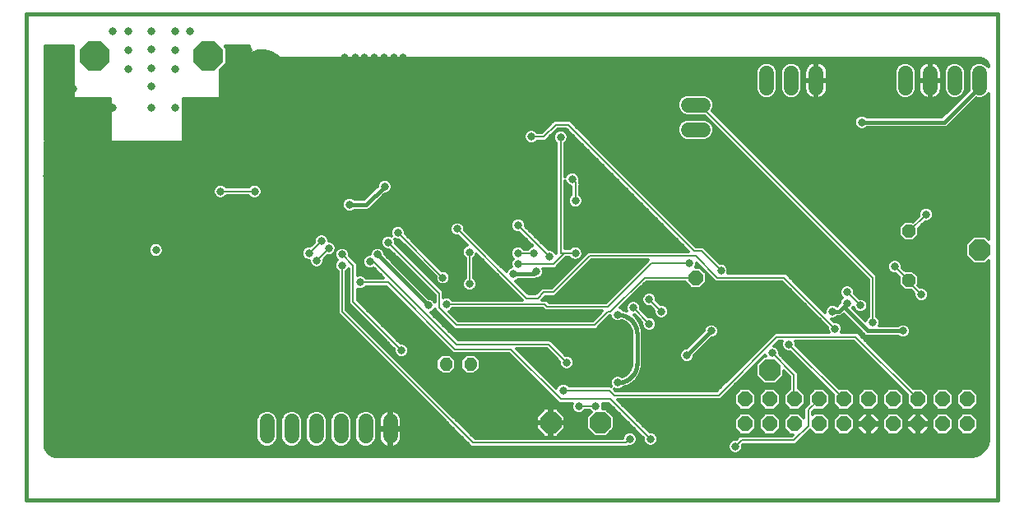
<source format=gbl>
G75*
%MOIN*%
%OFA0B0*%
%FSLAX25Y25*%
%IPPOS*%
%LPD*%
%AMOC8*
5,1,8,0,0,1.08239X$1,22.5*
%
%ADD10C,0.01600*%
%ADD11C,0.01040*%
%ADD12OC8,0.08500*%
%ADD13OC8,0.06000*%
%ADD14C,0.06000*%
%ADD15OC8,0.05200*%
%ADD16OC8,0.11811*%
%ADD17C,0.03169*%
%ADD18C,0.01200*%
%ADD19C,0.01575*%
%ADD20C,0.00800*%
D10*
X0001800Y0001800D02*
X0395501Y0001800D01*
X0395501Y0198650D01*
X0001800Y0198650D01*
X0001800Y0001800D01*
X0241426Y0049300D02*
X0241616Y0049302D01*
X0241806Y0049309D01*
X0241996Y0049321D01*
X0242186Y0049337D01*
X0242375Y0049357D01*
X0242564Y0049383D01*
X0242752Y0049412D01*
X0242939Y0049447D01*
X0243125Y0049486D01*
X0243310Y0049529D01*
X0243495Y0049577D01*
X0243678Y0049629D01*
X0243859Y0049685D01*
X0244039Y0049746D01*
X0244218Y0049812D01*
X0244395Y0049881D01*
X0244571Y0049955D01*
X0244744Y0050033D01*
X0244916Y0050116D01*
X0245085Y0050202D01*
X0245253Y0050292D01*
X0245418Y0050387D01*
X0245581Y0050485D01*
X0245741Y0050588D01*
X0245899Y0050694D01*
X0246054Y0050804D01*
X0246207Y0050917D01*
X0246357Y0051035D01*
X0246503Y0051156D01*
X0246647Y0051280D01*
X0246788Y0051408D01*
X0246926Y0051539D01*
X0247061Y0051674D01*
X0247192Y0051812D01*
X0247320Y0051953D01*
X0247444Y0052097D01*
X0247565Y0052243D01*
X0247683Y0052393D01*
X0247796Y0052546D01*
X0247906Y0052701D01*
X0248012Y0052859D01*
X0248115Y0053019D01*
X0248213Y0053182D01*
X0248308Y0053347D01*
X0248398Y0053515D01*
X0248484Y0053684D01*
X0248567Y0053856D01*
X0248645Y0054029D01*
X0248719Y0054205D01*
X0248788Y0054382D01*
X0248854Y0054561D01*
X0248915Y0054741D01*
X0248971Y0054922D01*
X0249023Y0055105D01*
X0249071Y0055290D01*
X0249114Y0055475D01*
X0249153Y0055661D01*
X0249188Y0055848D01*
X0249217Y0056036D01*
X0249243Y0056225D01*
X0249263Y0056414D01*
X0249279Y0056604D01*
X0249291Y0056794D01*
X0249298Y0056984D01*
X0249300Y0057174D01*
X0249300Y0068985D01*
X0249298Y0069175D01*
X0249291Y0069365D01*
X0249279Y0069555D01*
X0249263Y0069745D01*
X0249243Y0069934D01*
X0249217Y0070123D01*
X0249188Y0070311D01*
X0249153Y0070498D01*
X0249114Y0070684D01*
X0249071Y0070869D01*
X0249023Y0071054D01*
X0248971Y0071237D01*
X0248915Y0071418D01*
X0248854Y0071598D01*
X0248788Y0071777D01*
X0248719Y0071954D01*
X0248645Y0072130D01*
X0248567Y0072303D01*
X0248484Y0072475D01*
X0248398Y0072644D01*
X0248308Y0072812D01*
X0248213Y0072977D01*
X0248115Y0073140D01*
X0248012Y0073300D01*
X0247906Y0073458D01*
X0247796Y0073613D01*
X0247683Y0073766D01*
X0247565Y0073916D01*
X0247444Y0074062D01*
X0247320Y0074206D01*
X0247192Y0074347D01*
X0247061Y0074485D01*
X0246926Y0074620D01*
X0246788Y0074751D01*
X0246647Y0074879D01*
X0246503Y0075003D01*
X0246357Y0075124D01*
X0246207Y0075242D01*
X0246054Y0075355D01*
X0245899Y0075465D01*
X0245741Y0075571D01*
X0245581Y0075674D01*
X0245418Y0075772D01*
X0245253Y0075867D01*
X0245085Y0075957D01*
X0244916Y0076043D01*
X0244744Y0076126D01*
X0244571Y0076204D01*
X0244395Y0076278D01*
X0244218Y0076347D01*
X0244039Y0076413D01*
X0243859Y0076474D01*
X0243678Y0076530D01*
X0243495Y0076582D01*
X0243310Y0076630D01*
X0243125Y0076673D01*
X0242939Y0076712D01*
X0242752Y0076747D01*
X0242564Y0076776D01*
X0242375Y0076802D01*
X0242186Y0076822D01*
X0241996Y0076838D01*
X0241806Y0076850D01*
X0241616Y0076857D01*
X0241426Y0076859D01*
X0091800Y0148050D02*
X0091800Y0185550D01*
X0082414Y0185550D01*
X0083055Y0184909D01*
X0083055Y0178691D01*
X0080550Y0176186D01*
X0080550Y0148050D01*
X0091800Y0148050D01*
X0091800Y0148863D02*
X0080550Y0148863D01*
X0065550Y0148863D01*
X0065550Y0147265D02*
X0080550Y0147265D01*
X0080550Y0145666D02*
X0065550Y0145666D01*
X0065550Y0144300D02*
X0065550Y0164300D01*
X0080550Y0164300D01*
X0080550Y0144300D01*
X0065550Y0144300D01*
X0065550Y0150462D02*
X0080550Y0150462D01*
X0091800Y0150462D01*
X0091800Y0152060D02*
X0080550Y0152060D01*
X0065550Y0152060D01*
X0065550Y0153659D02*
X0080550Y0153659D01*
X0091800Y0153659D01*
X0091800Y0155257D02*
X0080550Y0155257D01*
X0065550Y0155257D01*
X0065550Y0156856D02*
X0080550Y0156856D01*
X0091800Y0156856D01*
X0091800Y0158454D02*
X0080550Y0158454D01*
X0065550Y0158454D01*
X0065550Y0160053D02*
X0080550Y0160053D01*
X0091800Y0160053D01*
X0091800Y0161651D02*
X0080550Y0161651D01*
X0065550Y0161651D01*
X0065550Y0163250D02*
X0080550Y0163250D01*
X0091800Y0163250D01*
X0091800Y0164848D02*
X0080550Y0164848D01*
X0080550Y0166447D02*
X0091800Y0166447D01*
X0091800Y0168045D02*
X0080550Y0168045D01*
X0080550Y0169644D02*
X0091800Y0169644D01*
X0091800Y0171242D02*
X0080550Y0171242D01*
X0080550Y0172841D02*
X0091800Y0172841D01*
X0091800Y0174439D02*
X0080550Y0174439D01*
X0080550Y0176038D02*
X0091800Y0176038D01*
X0091800Y0177636D02*
X0082001Y0177636D01*
X0083055Y0179235D02*
X0091800Y0179235D01*
X0091800Y0180833D02*
X0083055Y0180833D01*
X0083055Y0182432D02*
X0091800Y0182432D01*
X0091800Y0184030D02*
X0083055Y0184030D01*
X0035550Y0164300D02*
X0020550Y0164300D01*
X0020550Y0144300D01*
X0035550Y0144300D01*
X0035550Y0164300D01*
X0035550Y0163250D02*
X0020550Y0163250D01*
X0009300Y0163250D01*
X0009300Y0164848D02*
X0020550Y0164848D01*
X0020550Y0166447D02*
X0009300Y0166447D01*
X0009300Y0168045D02*
X0020550Y0168045D01*
X0020550Y0169644D02*
X0009300Y0169644D01*
X0009300Y0171242D02*
X0020550Y0171242D01*
X0020550Y0172841D02*
X0009300Y0172841D01*
X0009300Y0174439D02*
X0020550Y0174439D01*
X0020550Y0176038D02*
X0009300Y0176038D01*
X0009300Y0177636D02*
X0020550Y0177636D01*
X0020550Y0179235D02*
X0009300Y0179235D01*
X0009300Y0180833D02*
X0020550Y0180833D01*
X0020550Y0182432D02*
X0009300Y0182432D01*
X0009300Y0184030D02*
X0020550Y0184030D01*
X0020550Y0185550D02*
X0020550Y0148050D01*
X0009300Y0148050D01*
X0009300Y0185550D01*
X0020550Y0185550D01*
X0020550Y0161651D02*
X0009300Y0161651D01*
X0009300Y0160053D02*
X0020550Y0160053D01*
X0035550Y0160053D01*
X0035550Y0161651D02*
X0020550Y0161651D01*
X0020550Y0158454D02*
X0035550Y0158454D01*
X0035550Y0156856D02*
X0020550Y0156856D01*
X0009300Y0156856D01*
X0009300Y0158454D02*
X0020550Y0158454D01*
X0020550Y0155257D02*
X0035550Y0155257D01*
X0035550Y0153659D02*
X0020550Y0153659D01*
X0009300Y0153659D01*
X0009300Y0155257D02*
X0020550Y0155257D01*
X0020550Y0152060D02*
X0035550Y0152060D01*
X0035550Y0150462D02*
X0020550Y0150462D01*
X0009300Y0150462D01*
X0009300Y0152060D02*
X0020550Y0152060D01*
X0020550Y0148863D02*
X0035550Y0148863D01*
X0035550Y0147265D02*
X0020550Y0147265D01*
X0020550Y0148863D02*
X0009300Y0148863D01*
X0020550Y0145666D02*
X0035550Y0145666D01*
D11*
X0171509Y0058359D02*
X0170989Y0058879D01*
X0172711Y0058879D01*
X0173929Y0057661D01*
X0173929Y0055939D01*
X0172711Y0054721D01*
X0170989Y0054721D01*
X0169771Y0055939D01*
X0169771Y0057661D01*
X0170989Y0058879D01*
X0171312Y0058099D01*
X0172388Y0058099D01*
X0173149Y0057338D01*
X0173149Y0056262D01*
X0172388Y0055501D01*
X0171312Y0055501D01*
X0170551Y0056262D01*
X0170551Y0057338D01*
X0171312Y0058099D01*
X0171635Y0057319D01*
X0172065Y0057319D01*
X0172369Y0057015D01*
X0172369Y0056585D01*
X0172065Y0056281D01*
X0171635Y0056281D01*
X0171331Y0056585D01*
X0171331Y0057015D01*
X0171635Y0057319D01*
X0181409Y0058359D02*
X0180889Y0058879D01*
X0182611Y0058879D01*
X0183829Y0057661D01*
X0183829Y0055939D01*
X0182611Y0054721D01*
X0180889Y0054721D01*
X0179671Y0055939D01*
X0179671Y0057661D01*
X0180889Y0058879D01*
X0181212Y0058099D01*
X0182288Y0058099D01*
X0183049Y0057338D01*
X0183049Y0056262D01*
X0182288Y0055501D01*
X0181212Y0055501D01*
X0180451Y0056262D01*
X0180451Y0057338D01*
X0181212Y0058099D01*
X0181535Y0057319D01*
X0181965Y0057319D01*
X0182269Y0057015D01*
X0182269Y0056585D01*
X0181965Y0056281D01*
X0181535Y0056281D01*
X0181231Y0056585D01*
X0181231Y0057015D01*
X0181535Y0057319D01*
D12*
X0214300Y0033050D03*
X0234300Y0033050D03*
X0303050Y0054300D03*
X0388050Y0103050D03*
D13*
X0273050Y0091800D03*
X0293050Y0042548D03*
X0303050Y0042548D03*
X0313050Y0042548D03*
X0323050Y0042548D03*
X0333050Y0042548D03*
X0343050Y0042548D03*
X0353050Y0042548D03*
X0363050Y0042548D03*
X0373050Y0042548D03*
X0383050Y0042548D03*
X0383050Y0032548D03*
X0373050Y0032548D03*
X0363050Y0032548D03*
X0353050Y0032548D03*
X0343050Y0032548D03*
X0333050Y0032548D03*
X0323050Y0032548D03*
X0313050Y0032548D03*
X0303050Y0032548D03*
X0293050Y0032548D03*
D14*
X0149300Y0033550D02*
X0149300Y0027550D01*
X0139300Y0027550D02*
X0139300Y0033550D01*
X0129300Y0033550D02*
X0129300Y0027550D01*
X0119300Y0027550D02*
X0119300Y0033550D01*
X0109300Y0033550D02*
X0109300Y0027550D01*
X0099300Y0027550D02*
X0099300Y0033550D01*
X0270050Y0151800D02*
X0276050Y0151800D01*
X0276050Y0161800D02*
X0270050Y0161800D01*
X0301800Y0168800D02*
X0301800Y0174800D01*
X0311800Y0174800D02*
X0311800Y0168800D01*
X0321800Y0168800D02*
X0321800Y0174800D01*
X0358050Y0174800D02*
X0358050Y0168800D01*
X0368050Y0168800D02*
X0368050Y0174800D01*
X0378050Y0174800D02*
X0378050Y0168800D01*
X0388050Y0168800D02*
X0388050Y0174800D01*
D15*
X0359300Y0110550D03*
X0359300Y0090550D03*
D16*
X0075550Y0181800D03*
X0029300Y0181800D03*
D17*
X0043089Y0184172D03*
X0052420Y0184300D03*
X0062026Y0184172D03*
X0052420Y0176800D03*
X0062026Y0176298D03*
X0052420Y0169300D03*
X0043089Y0176298D03*
X0020924Y0168424D03*
X0013050Y0168424D03*
X0012676Y0175924D03*
X0012676Y0183798D03*
X0036672Y0191672D03*
X0043089Y0191672D03*
X0052420Y0191800D03*
X0062026Y0191672D03*
X0068168Y0191672D03*
X0091918Y0184172D03*
X0105914Y0179802D03*
X0091918Y0176298D03*
X0091790Y0168424D03*
X0083916Y0168424D03*
X0083916Y0160550D03*
X0076042Y0160550D03*
X0068168Y0160550D03*
X0062026Y0160550D03*
X0052420Y0160550D03*
X0036672Y0160550D03*
X0028798Y0160550D03*
X0020924Y0160550D03*
X0013050Y0160550D03*
X0013050Y0152676D03*
X0020924Y0152676D03*
X0028798Y0152676D03*
X0028798Y0144802D03*
X0036672Y0144802D03*
X0044546Y0144802D03*
X0052420Y0144802D03*
X0060294Y0144802D03*
X0068168Y0144802D03*
X0076042Y0144802D03*
X0076042Y0152676D03*
X0083916Y0152676D03*
X0091790Y0152676D03*
X0091790Y0160550D03*
X0120914Y0179802D03*
X0130914Y0180924D03*
X0135038Y0180924D03*
X0138788Y0180924D03*
X0142912Y0180924D03*
X0146662Y0180924D03*
X0150786Y0180924D03*
X0154536Y0180924D03*
X0154536Y0176800D03*
X0155963Y0172676D03*
X0155963Y0168926D03*
X0154536Y0164802D03*
X0154536Y0161052D03*
X0154713Y0156928D03*
X0155963Y0153178D03*
X0155786Y0149054D03*
X0154536Y0145304D03*
X0154536Y0141180D03*
X0154536Y0137430D03*
X0150786Y0137430D03*
X0147627Y0137430D03*
X0136997Y0137430D03*
X0130914Y0137430D03*
X0130914Y0141180D03*
X0130914Y0145304D03*
X0129664Y0149054D03*
X0129487Y0153178D03*
X0130737Y0156928D03*
X0130914Y0161052D03*
X0130914Y0164802D03*
X0129487Y0168926D03*
X0129487Y0172676D03*
X0130914Y0176800D03*
X0165914Y0179802D03*
X0180914Y0179802D03*
X0195914Y0179802D03*
X0205914Y0179802D03*
X0215914Y0179802D03*
X0230914Y0179802D03*
X0245914Y0179802D03*
X0260914Y0179802D03*
X0275914Y0179802D03*
X0290914Y0179802D03*
X0321170Y0158286D03*
X0340383Y0154851D03*
X0324536Y0132430D03*
X0344536Y0112430D03*
X0366465Y0117450D03*
X0383286Y0114930D03*
X0377400Y0103000D03*
X0353670Y0096288D03*
X0372164Y0088680D03*
X0364497Y0084969D03*
X0348286Y0083680D03*
X0339891Y0080540D03*
X0334477Y0081524D03*
X0334477Y0085954D03*
X0328572Y0078080D03*
X0334536Y0072430D03*
X0329556Y0071190D03*
X0344812Y0073650D03*
X0357115Y0070206D03*
X0354536Y0057430D03*
X0364536Y0052430D03*
X0310855Y0064792D03*
X0303965Y0061347D03*
X0284536Y0058680D03*
X0269517Y0060363D03*
X0254536Y0063680D03*
X0254261Y0073158D03*
X0259182Y0078080D03*
X0254261Y0083001D03*
X0247863Y0079556D03*
X0241426Y0076859D03*
X0236790Y0073050D03*
X0238286Y0066180D03*
X0221790Y0061800D03*
X0220796Y0057410D03*
X0241426Y0049300D03*
X0249536Y0048680D03*
X0263286Y0049930D03*
X0248286Y0038680D03*
X0242036Y0033680D03*
X0246387Y0026406D03*
X0254753Y0026406D03*
X0232607Y0039694D03*
X0225717Y0039694D03*
X0219320Y0046091D03*
X0171800Y0027420D03*
X0158670Y0022164D03*
X0155914Y0031052D03*
X0113414Y0056180D03*
X0143050Y0069064D03*
X0151800Y0069064D03*
X0153867Y0062331D03*
X0164694Y0080540D03*
X0172076Y0081032D03*
X0174536Y0088680D03*
X0170599Y0091859D03*
X0181426Y0089398D03*
X0190786Y0088680D03*
X0199143Y0093335D03*
X0201111Y0097272D03*
X0201111Y0101702D03*
X0207509Y0101702D03*
X0213906Y0100225D03*
X0208493Y0094320D03*
X0224300Y0101800D03*
X0201111Y0113020D03*
X0212036Y0118680D03*
X0224300Y0123050D03*
X0223050Y0131800D03*
X0228040Y0131436D03*
X0211170Y0132164D03*
X0189536Y0127430D03*
X0175127Y0139300D03*
X0206524Y0148946D03*
X0218335Y0148798D03*
X0223670Y0155914D03*
X0213670Y0157164D03*
X0239674Y0145186D03*
X0176505Y0111544D03*
X0193286Y0103680D03*
X0181426Y0102194D03*
X0153375Y0096800D03*
X0144024Y0101209D03*
X0141072Y0098257D03*
X0148454Y0106131D03*
X0152391Y0110068D03*
X0150225Y0116800D03*
X0156524Y0116800D03*
X0146977Y0128769D03*
X0132706Y0121387D03*
X0119536Y0127430D03*
X0099536Y0117430D03*
X0094300Y0126800D03*
X0080550Y0126800D03*
X0076042Y0136928D03*
X0068168Y0136928D03*
X0060294Y0136928D03*
X0052420Y0136928D03*
X0044546Y0136928D03*
X0036672Y0136928D03*
X0028798Y0136928D03*
X0010048Y0133178D03*
X0024920Y0122164D03*
X0054300Y0103050D03*
X0078670Y0102164D03*
X0078670Y0087164D03*
X0103286Y0078680D03*
X0112036Y0091180D03*
X0119418Y0098749D03*
X0116465Y0101702D03*
X0124339Y0103670D03*
X0129753Y0101209D03*
X0129753Y0096780D03*
X0137135Y0089891D03*
X0121387Y0106623D03*
X0111170Y0107164D03*
X0119536Y0114930D03*
X0214290Y0083050D03*
X0221790Y0075550D03*
X0270501Y0097765D03*
X0283296Y0094812D03*
X0289536Y0082430D03*
X0279359Y0070206D03*
X0249536Y0107430D03*
X0319536Y0107430D03*
X0335914Y0179802D03*
X0078670Y0052164D03*
X0063670Y0067164D03*
X0038670Y0057164D03*
X0024920Y0052164D03*
X0013670Y0027164D03*
X0028670Y0022164D03*
X0043670Y0022164D03*
X0058670Y0022164D03*
X0073670Y0022164D03*
X0088670Y0022164D03*
X0024920Y0082164D03*
X0289202Y0023454D03*
X0368670Y0022164D03*
X0383670Y0022164D03*
D18*
X0386618Y0019667D02*
X0387705Y0020117D01*
X0388708Y0020732D01*
X0389603Y0021497D01*
X0390368Y0022392D01*
X0390983Y0023395D01*
X0391433Y0024482D01*
X0391708Y0025627D01*
X0391800Y0026800D01*
X0391800Y0098810D01*
X0390390Y0097400D01*
X0385710Y0097400D01*
X0382400Y0100710D01*
X0382400Y0105390D01*
X0385710Y0108700D01*
X0390390Y0108700D01*
X0391800Y0107290D01*
X0391800Y0166356D01*
X0391780Y0166308D01*
X0390542Y0165070D01*
X0388925Y0164400D01*
X0387175Y0164400D01*
X0386690Y0164601D01*
X0376035Y0153945D01*
X0374753Y0152664D01*
X0342416Y0152664D01*
X0342073Y0152321D01*
X0340976Y0151867D01*
X0339789Y0151867D01*
X0338692Y0152321D01*
X0337853Y0153161D01*
X0337398Y0154258D01*
X0337398Y0155445D01*
X0337853Y0156542D01*
X0338692Y0157381D01*
X0339789Y0157835D01*
X0340976Y0157835D01*
X0342073Y0157381D01*
X0342416Y0157039D01*
X0372941Y0157039D01*
X0383702Y0167799D01*
X0383650Y0167925D01*
X0383650Y0175675D01*
X0384320Y0177292D01*
X0385558Y0178530D01*
X0387175Y0179200D01*
X0388925Y0179200D01*
X0390542Y0178530D01*
X0391780Y0177292D01*
X0391800Y0177244D01*
X0391800Y0178050D01*
X0391526Y0178682D01*
X0391146Y0179257D01*
X0390673Y0179758D01*
X0390119Y0180168D01*
X0389503Y0180476D01*
X0388842Y0180673D01*
X0388158Y0180751D01*
X0387470Y0180710D01*
X0386800Y0180550D01*
X0104300Y0180550D01*
X0103335Y0181556D01*
X0102225Y0182399D01*
X0100997Y0183058D01*
X0099681Y0183517D01*
X0098309Y0183764D01*
X0096915Y0183793D01*
X0095534Y0183604D01*
X0094200Y0183202D01*
X0092945Y0182595D01*
X0091800Y0181800D01*
X0091800Y0128600D01*
X0091880Y0128600D01*
X0082970Y0128600D01*
X0082240Y0129330D01*
X0081144Y0129784D01*
X0079956Y0129784D01*
X0078860Y0129330D01*
X0078020Y0128490D01*
X0077566Y0127394D01*
X0077566Y0126206D01*
X0078020Y0125110D01*
X0078860Y0124270D01*
X0079956Y0123816D01*
X0081144Y0123816D01*
X0082240Y0124270D01*
X0082970Y0125000D01*
X0091880Y0125000D01*
X0092610Y0124270D01*
X0093706Y0123816D01*
X0094894Y0123816D01*
X0095990Y0124270D01*
X0096830Y0125110D01*
X0097284Y0126206D01*
X0097284Y0127394D01*
X0096830Y0128490D01*
X0095990Y0129330D01*
X0094894Y0129784D01*
X0093706Y0129784D01*
X0092610Y0129330D01*
X0091880Y0128600D01*
X0092610Y0129330D01*
X0093706Y0129784D01*
X0094894Y0129784D01*
X0095990Y0129330D01*
X0096830Y0128490D01*
X0097284Y0127394D01*
X0097284Y0126206D01*
X0096830Y0125110D01*
X0095990Y0124270D01*
X0094894Y0123816D01*
X0093706Y0123816D01*
X0092610Y0124270D01*
X0091880Y0125000D01*
X0091800Y0125000D01*
X0091800Y0113050D01*
X0090726Y0111811D01*
X0089840Y0110432D01*
X0089159Y0108941D01*
X0088697Y0107367D01*
X0088464Y0105745D01*
X0088464Y0104105D01*
X0088697Y0102483D01*
X0089159Y0100909D01*
X0089840Y0099418D01*
X0090726Y0098039D01*
X0091800Y0096800D01*
X0091800Y0041800D01*
X0090602Y0040083D01*
X0089638Y0038224D01*
X0088925Y0036255D01*
X0088475Y0034210D01*
X0088295Y0032124D01*
X0088390Y0030032D01*
X0088757Y0027971D01*
X0089390Y0025975D01*
X0090278Y0024078D01*
X0091405Y0022314D01*
X0092754Y0020712D01*
X0094300Y0019300D01*
X0384300Y0019300D01*
X0385473Y0019392D01*
X0386618Y0019667D01*
X0386885Y0019778D02*
X0093777Y0019778D01*
X0092532Y0020976D02*
X0287459Y0020976D01*
X0287511Y0020924D02*
X0288608Y0020469D01*
X0289795Y0020469D01*
X0290892Y0020924D01*
X0291731Y0021763D01*
X0292186Y0022860D01*
X0292186Y0023892D01*
X0292408Y0024114D01*
X0313569Y0024114D01*
X0319415Y0029960D01*
X0321227Y0028148D01*
X0324873Y0028148D01*
X0327450Y0030725D01*
X0327450Y0034371D01*
X0324873Y0036948D01*
X0321227Y0036948D01*
X0320529Y0036250D01*
X0320529Y0037472D01*
X0321216Y0038159D01*
X0321227Y0038148D01*
X0324873Y0038148D01*
X0327450Y0040725D01*
X0327450Y0044371D01*
X0324873Y0046948D01*
X0321227Y0046948D01*
X0318650Y0044371D01*
X0318650Y0040725D01*
X0318671Y0040705D01*
X0316929Y0038963D01*
X0316929Y0034891D01*
X0314873Y0036948D01*
X0311227Y0036948D01*
X0308650Y0034371D01*
X0308650Y0030725D01*
X0311227Y0028148D01*
X0312512Y0028148D01*
X0312078Y0027714D01*
X0290917Y0027714D01*
X0289862Y0026660D01*
X0289640Y0026438D01*
X0288608Y0026438D01*
X0287511Y0025983D01*
X0286672Y0025144D01*
X0286217Y0024047D01*
X0286217Y0022860D01*
X0286672Y0021763D01*
X0287511Y0020924D01*
X0286501Y0022175D02*
X0091523Y0022175D01*
X0090728Y0023373D02*
X0097886Y0023373D01*
X0009392Y0023373D01*
X0009376Y0023432D02*
X0009300Y0024300D01*
X0009300Y0146800D01*
X0096800Y0146800D01*
X0097973Y0146708D01*
X0099118Y0146433D01*
X0100205Y0145983D01*
X0101208Y0145368D01*
X0102103Y0144603D01*
X0102868Y0143708D01*
X0103483Y0142705D01*
X0103933Y0141618D01*
X0104208Y0140473D01*
X0104300Y0139300D01*
X0104300Y0019300D01*
X0014300Y0019300D01*
X0013432Y0019376D01*
X0012590Y0019602D01*
X0011800Y0019970D01*
X0011086Y0020470D01*
X0010470Y0021086D01*
X0009970Y0021800D01*
X0009602Y0022590D01*
X0009376Y0023432D01*
X0009300Y0024572D02*
X0096056Y0024572D01*
X0090047Y0024572D01*
X0089485Y0025770D02*
X0095275Y0025770D01*
X0009300Y0025770D01*
X0009300Y0026969D02*
X0094900Y0026969D01*
X0089075Y0026969D01*
X0088722Y0028167D02*
X0094900Y0028167D01*
X0009300Y0028167D01*
X0009300Y0029366D02*
X0094900Y0029366D01*
X0088509Y0029366D01*
X0088366Y0030564D02*
X0094900Y0030564D01*
X0009300Y0030564D01*
X0009300Y0031763D02*
X0094900Y0031763D01*
X0088312Y0031763D01*
X0088367Y0032961D02*
X0094900Y0032961D01*
X0009300Y0032961D01*
X0009300Y0034160D02*
X0094900Y0034160D01*
X0088470Y0034160D01*
X0088727Y0035358D02*
X0095287Y0035358D01*
X0009300Y0035358D01*
X0009300Y0036557D02*
X0096084Y0036557D01*
X0089034Y0036557D01*
X0089468Y0037755D02*
X0097955Y0037755D01*
X0009300Y0037755D01*
X0009300Y0038954D02*
X0104300Y0038954D01*
X0104300Y0040152D02*
X0009300Y0040152D01*
X0009300Y0041351D02*
X0104300Y0041351D01*
X0104300Y0042549D02*
X0009300Y0042549D01*
X0009300Y0043748D02*
X0104300Y0043748D01*
X0104300Y0044946D02*
X0009300Y0044946D01*
X0009300Y0046145D02*
X0104300Y0046145D01*
X0104300Y0047343D02*
X0009300Y0047343D01*
X0009300Y0048542D02*
X0104300Y0048542D01*
X0104300Y0049740D02*
X0009300Y0049740D01*
X0009300Y0050939D02*
X0104300Y0050939D01*
X0104300Y0052137D02*
X0009300Y0052137D01*
X0009300Y0053336D02*
X0104300Y0053336D01*
X0104300Y0054534D02*
X0009300Y0054534D01*
X0009300Y0055733D02*
X0104300Y0055733D01*
X0104300Y0056932D02*
X0009300Y0056932D01*
X0009300Y0058130D02*
X0104300Y0058130D01*
X0104300Y0059329D02*
X0009300Y0059329D01*
X0009300Y0060527D02*
X0104300Y0060527D01*
X0104300Y0061726D02*
X0009300Y0061726D01*
X0009300Y0062924D02*
X0104300Y0062924D01*
X0104300Y0064123D02*
X0009300Y0064123D01*
X0009300Y0065321D02*
X0104300Y0065321D01*
X0104300Y0066520D02*
X0009300Y0066520D01*
X0009300Y0067718D02*
X0104300Y0067718D01*
X0104300Y0068917D02*
X0009300Y0068917D01*
X0009300Y0070115D02*
X0104300Y0070115D01*
X0104300Y0071314D02*
X0009300Y0071314D01*
X0009300Y0072512D02*
X0104300Y0072512D01*
X0104300Y0073711D02*
X0009300Y0073711D01*
X0009300Y0074909D02*
X0104300Y0074909D01*
X0104300Y0076108D02*
X0009300Y0076108D01*
X0009300Y0077306D02*
X0104300Y0077306D01*
X0104300Y0078505D02*
X0009300Y0078505D01*
X0009300Y0079703D02*
X0104300Y0079703D01*
X0104300Y0080902D02*
X0009300Y0080902D01*
X0009300Y0082100D02*
X0104300Y0082100D01*
X0104300Y0083299D02*
X0009300Y0083299D01*
X0009300Y0084497D02*
X0104300Y0084497D01*
X0104300Y0085696D02*
X0009300Y0085696D01*
X0009300Y0086894D02*
X0104300Y0086894D01*
X0104300Y0088093D02*
X0009300Y0088093D01*
X0009300Y0089291D02*
X0104300Y0089291D01*
X0104300Y0090490D02*
X0009300Y0090490D01*
X0009300Y0091688D02*
X0104300Y0091688D01*
X0104300Y0092887D02*
X0009300Y0092887D01*
X0009300Y0094085D02*
X0104300Y0094085D01*
X0104300Y0095284D02*
X0009300Y0095284D01*
X0009300Y0096482D02*
X0104300Y0096482D01*
X0104300Y0097681D02*
X0009300Y0097681D01*
X0009300Y0098879D02*
X0104300Y0098879D01*
X0104300Y0100078D02*
X0054923Y0100078D01*
X0054894Y0100066D02*
X0055990Y0100520D01*
X0056830Y0101360D01*
X0057284Y0102456D01*
X0057284Y0103644D01*
X0056830Y0104740D01*
X0055990Y0105580D01*
X0054894Y0106034D01*
X0053706Y0106034D01*
X0052610Y0105580D01*
X0051770Y0104740D01*
X0051316Y0103644D01*
X0051316Y0102456D01*
X0051770Y0101360D01*
X0052610Y0100520D01*
X0053706Y0100066D01*
X0054894Y0100066D01*
X0053677Y0100078D02*
X0009300Y0100078D01*
X0009300Y0101276D02*
X0051853Y0101276D01*
X0051316Y0102475D02*
X0009300Y0102475D01*
X0009300Y0103673D02*
X0051328Y0103673D01*
X0051902Y0104872D02*
X0009300Y0104872D01*
X0009300Y0106070D02*
X0104300Y0106070D01*
X0104300Y0104872D02*
X0056698Y0104872D01*
X0057272Y0103673D02*
X0104300Y0103673D01*
X0104300Y0102475D02*
X0057284Y0102475D01*
X0056747Y0101276D02*
X0104300Y0101276D01*
X0113481Y0101276D02*
X0089051Y0101276D01*
X0088699Y0102475D02*
X0113556Y0102475D01*
X0113481Y0102295D02*
X0113481Y0101108D01*
X0113935Y0100011D01*
X0114775Y0099172D01*
X0115872Y0098717D01*
X0116434Y0098717D01*
X0116434Y0098155D01*
X0116888Y0097058D01*
X0117728Y0096219D01*
X0118824Y0095765D01*
X0120012Y0095765D01*
X0121109Y0096219D01*
X0121948Y0097058D01*
X0122402Y0098155D01*
X0122402Y0099187D01*
X0123901Y0100686D01*
X0124933Y0100686D01*
X0126030Y0101140D01*
X0126822Y0101932D01*
X0126769Y0101803D01*
X0126769Y0100616D01*
X0127223Y0099519D01*
X0127747Y0098995D01*
X0127223Y0098471D01*
X0126769Y0097374D01*
X0126769Y0096187D01*
X0127223Y0095090D01*
X0127953Y0094360D01*
X0127953Y0077334D01*
X0181102Y0024184D01*
X0182157Y0023130D01*
X0245656Y0023130D01*
X0245948Y0023422D01*
X0246980Y0023422D01*
X0248077Y0023876D01*
X0248917Y0024716D01*
X0249371Y0025813D01*
X0249371Y0027000D01*
X0248917Y0028097D01*
X0248077Y0028936D01*
X0246980Y0029391D01*
X0245793Y0029391D01*
X0244696Y0028936D01*
X0243857Y0028097D01*
X0243402Y0027000D01*
X0243402Y0026730D01*
X0183648Y0026730D01*
X0131553Y0078825D01*
X0131553Y0094360D01*
X0132283Y0095090D01*
X0132382Y0095329D01*
X0132382Y0081271D01*
X0150883Y0062770D01*
X0150883Y0061738D01*
X0151337Y0060641D01*
X0152176Y0059802D01*
X0153273Y0059347D01*
X0154461Y0059347D01*
X0155557Y0059802D01*
X0156397Y0060641D01*
X0156851Y0061738D01*
X0156851Y0062925D01*
X0156397Y0064022D01*
X0155557Y0064861D01*
X0154461Y0065316D01*
X0153428Y0065316D01*
X0135982Y0082762D01*
X0135982Y0087138D01*
X0136541Y0086906D01*
X0137728Y0086906D01*
X0138825Y0087361D01*
X0139555Y0088091D01*
X0147708Y0088091D01*
X0173720Y0062078D01*
X0174775Y0061024D01*
X0197413Y0061024D01*
X0216535Y0041901D01*
X0217590Y0040846D01*
X0222965Y0040846D01*
X0222733Y0040287D01*
X0222733Y0039100D01*
X0223187Y0038003D01*
X0224027Y0037164D01*
X0225124Y0036709D01*
X0226311Y0036709D01*
X0227408Y0037164D01*
X0228138Y0037894D01*
X0230187Y0037894D01*
X0230670Y0037410D01*
X0228650Y0035390D01*
X0228650Y0030710D01*
X0231960Y0027400D01*
X0236640Y0027400D01*
X0239950Y0030710D01*
X0239950Y0035390D01*
X0236640Y0038700D01*
X0235426Y0038700D01*
X0235591Y0039100D01*
X0235591Y0040287D01*
X0235360Y0040846D01*
X0237767Y0040846D01*
X0251769Y0026845D01*
X0251769Y0025813D01*
X0252223Y0024716D01*
X0253062Y0023876D01*
X0254159Y0023422D01*
X0255346Y0023422D01*
X0256443Y0023876D01*
X0257283Y0024716D01*
X0257737Y0025813D01*
X0257737Y0027000D01*
X0257283Y0028097D01*
X0256443Y0028936D01*
X0255346Y0029391D01*
X0254314Y0029391D01*
X0241382Y0042323D01*
X0283057Y0042323D01*
X0301130Y0060395D01*
X0301314Y0059950D01*
X0300710Y0059950D01*
X0297400Y0056640D01*
X0297400Y0051960D01*
X0300710Y0048650D01*
X0305390Y0048650D01*
X0308700Y0051960D01*
X0308700Y0054067D01*
X0311024Y0051743D01*
X0311024Y0046744D01*
X0308650Y0044371D01*
X0308650Y0040725D01*
X0311227Y0038148D01*
X0314873Y0038148D01*
X0317450Y0040725D01*
X0317450Y0044371D01*
X0314873Y0046948D01*
X0314624Y0046948D01*
X0314624Y0053235D01*
X0313569Y0054289D01*
X0306950Y0060909D01*
X0306950Y0061941D01*
X0306495Y0063038D01*
X0305656Y0063877D01*
X0304918Y0064183D01*
X0306679Y0065945D01*
X0308102Y0065945D01*
X0307871Y0065386D01*
X0307871Y0064199D01*
X0308325Y0063102D01*
X0309165Y0062262D01*
X0310262Y0061808D01*
X0311294Y0061808D01*
X0328691Y0044411D01*
X0328650Y0044371D01*
X0328650Y0040725D01*
X0331227Y0038148D01*
X0334873Y0038148D01*
X0337450Y0040725D01*
X0337450Y0044371D01*
X0334873Y0046948D01*
X0331245Y0046948D01*
X0313839Y0064353D01*
X0313839Y0065386D01*
X0313608Y0065945D01*
X0337176Y0065945D01*
X0358700Y0044421D01*
X0358650Y0044371D01*
X0358650Y0040725D01*
X0361227Y0038148D01*
X0364873Y0038148D01*
X0367450Y0040725D01*
X0367450Y0044371D01*
X0364873Y0046948D01*
X0361264Y0046948D01*
X0338668Y0069545D01*
X0332105Y0069545D01*
X0332540Y0070596D01*
X0332540Y0071783D01*
X0332086Y0072880D01*
X0331246Y0073720D01*
X0330150Y0074174D01*
X0329117Y0074174D01*
X0328196Y0075095D01*
X0329165Y0075095D01*
X0330262Y0075550D01*
X0330605Y0075892D01*
X0331938Y0075892D01*
X0333001Y0076955D01*
X0341937Y0068018D01*
X0355082Y0068018D01*
X0355425Y0067676D01*
X0356521Y0067221D01*
X0357709Y0067221D01*
X0358805Y0067676D01*
X0359645Y0068515D01*
X0360099Y0069612D01*
X0360099Y0070799D01*
X0359645Y0071896D01*
X0358805Y0072735D01*
X0357709Y0073190D01*
X0356521Y0073190D01*
X0355425Y0072735D01*
X0355082Y0072393D01*
X0347521Y0072393D01*
X0347796Y0073057D01*
X0347796Y0074244D01*
X0347342Y0075341D01*
X0346612Y0076071D01*
X0346612Y0092605D01*
X0279818Y0159399D01*
X0280450Y0160925D01*
X0280450Y0162675D01*
X0279780Y0164292D01*
X0278542Y0165530D01*
X0276925Y0166200D01*
X0269175Y0166200D01*
X0267558Y0165530D01*
X0266320Y0164292D01*
X0265650Y0162675D01*
X0265650Y0160925D01*
X0266320Y0159308D01*
X0267558Y0158070D01*
X0269175Y0157400D01*
X0276725Y0157400D01*
X0343012Y0091113D01*
X0343012Y0076071D01*
X0342282Y0075341D01*
X0341848Y0074294D01*
X0336658Y0079485D01*
X0336969Y0079796D01*
X0337361Y0078850D01*
X0338200Y0078010D01*
X0339297Y0077556D01*
X0340484Y0077556D01*
X0341581Y0078010D01*
X0342420Y0078850D01*
X0342875Y0079947D01*
X0342875Y0081134D01*
X0342420Y0082231D01*
X0341581Y0083070D01*
X0340484Y0083524D01*
X0339452Y0083524D01*
X0337461Y0085515D01*
X0337461Y0086547D01*
X0337007Y0087644D01*
X0336168Y0088483D01*
X0335071Y0088938D01*
X0333884Y0088938D01*
X0332787Y0088483D01*
X0331947Y0087644D01*
X0331493Y0086547D01*
X0331493Y0085360D01*
X0331947Y0084263D01*
X0332471Y0083739D01*
X0331947Y0083215D01*
X0331493Y0082118D01*
X0331493Y0081634D01*
X0330813Y0080954D01*
X0330365Y0080506D01*
X0330262Y0080609D01*
X0329165Y0081064D01*
X0327978Y0081064D01*
X0326881Y0080609D01*
X0326042Y0079770D01*
X0325587Y0078673D01*
X0325587Y0077704D01*
X0310687Y0092605D01*
X0309632Y0093659D01*
X0286049Y0093659D01*
X0286280Y0094218D01*
X0286280Y0095405D01*
X0285826Y0096502D01*
X0284987Y0097342D01*
X0283890Y0097796D01*
X0282857Y0097796D01*
X0277222Y0103431D01*
X0277222Y0103431D01*
X0276168Y0104486D01*
X0273215Y0104486D01*
X0222034Y0155667D01*
X0215621Y0155667D01*
X0214567Y0154613D01*
X0210700Y0150746D01*
X0208945Y0150746D01*
X0208215Y0151476D01*
X0207118Y0151930D01*
X0205931Y0151930D01*
X0204834Y0151476D01*
X0203994Y0150636D01*
X0203540Y0149539D01*
X0203540Y0148352D01*
X0203994Y0147255D01*
X0204834Y0146416D01*
X0205931Y0145961D01*
X0207118Y0145961D01*
X0208215Y0146416D01*
X0208945Y0147146D01*
X0212191Y0147146D01*
X0217113Y0152067D01*
X0220543Y0152067D01*
X0270092Y0102517D01*
X0229401Y0102517D01*
X0214637Y0087754D01*
X0210700Y0087754D01*
X0208239Y0085293D01*
X0205301Y0085293D01*
X0200095Y0090500D01*
X0200833Y0090805D01*
X0201175Y0091148D01*
X0208415Y0091148D01*
X0208602Y0091335D01*
X0209087Y0091335D01*
X0210183Y0091790D01*
X0211023Y0092629D01*
X0211477Y0093726D01*
X0211477Y0094913D01*
X0211246Y0095472D01*
X0216128Y0095472D01*
X0220557Y0099902D01*
X0220656Y0100000D01*
X0221880Y0100000D01*
X0222610Y0099270D01*
X0223706Y0098816D01*
X0224894Y0098816D01*
X0225990Y0099270D01*
X0226830Y0100110D01*
X0227284Y0101206D01*
X0227284Y0102394D01*
X0226830Y0103490D01*
X0225990Y0104330D01*
X0224894Y0104784D01*
X0223706Y0104784D01*
X0222610Y0104330D01*
X0221880Y0103600D01*
X0220135Y0103600D01*
X0220135Y0131038D01*
X0220520Y0130110D01*
X0221360Y0129270D01*
X0222456Y0128816D01*
X0222500Y0128816D01*
X0222500Y0125470D01*
X0221770Y0124740D01*
X0221316Y0123644D01*
X0221316Y0122456D01*
X0221770Y0121360D01*
X0222610Y0120520D01*
X0223706Y0120066D01*
X0224894Y0120066D01*
X0225990Y0120520D01*
X0226830Y0121360D01*
X0227284Y0122456D01*
X0227284Y0123644D01*
X0226830Y0124740D01*
X0226100Y0125470D01*
X0226100Y0129008D01*
X0226328Y0129691D01*
X0226023Y0131179D01*
X0226034Y0131206D01*
X0226034Y0132394D01*
X0225580Y0133490D01*
X0224740Y0134330D01*
X0223644Y0134784D01*
X0222456Y0134784D01*
X0221360Y0134330D01*
X0220520Y0133490D01*
X0220135Y0132562D01*
X0220135Y0146378D01*
X0220865Y0147108D01*
X0221320Y0148204D01*
X0221320Y0149392D01*
X0220865Y0150488D01*
X0220026Y0151328D01*
X0218929Y0151782D01*
X0217742Y0151782D01*
X0216645Y0151328D01*
X0215805Y0150488D01*
X0215351Y0149392D01*
X0215351Y0148204D01*
X0215805Y0147108D01*
X0216535Y0146378D01*
X0216535Y0101676D01*
X0216436Y0101916D01*
X0215597Y0102755D01*
X0214500Y0103209D01*
X0213468Y0103209D01*
X0204095Y0112582D01*
X0204095Y0113614D01*
X0203641Y0114711D01*
X0202801Y0115550D01*
X0201705Y0116005D01*
X0200517Y0116005D01*
X0199421Y0115550D01*
X0198581Y0114711D01*
X0198127Y0113614D01*
X0198127Y0112427D01*
X0198581Y0111330D01*
X0199421Y0110491D01*
X0200517Y0110036D01*
X0201550Y0110036D01*
X0206904Y0104681D01*
X0205818Y0104231D01*
X0205088Y0103502D01*
X0203531Y0103502D01*
X0202801Y0104231D01*
X0201705Y0104686D01*
X0200517Y0104686D01*
X0199421Y0104231D01*
X0198581Y0103392D01*
X0198127Y0102295D01*
X0198127Y0101108D01*
X0198581Y0100011D01*
X0199105Y0099487D01*
X0198581Y0098963D01*
X0198127Y0097866D01*
X0198127Y0096679D01*
X0198316Y0096223D01*
X0197452Y0095865D01*
X0196613Y0095026D01*
X0196307Y0094288D01*
X0179489Y0111105D01*
X0179489Y0112138D01*
X0179035Y0113235D01*
X0178195Y0114074D01*
X0177098Y0114528D01*
X0175911Y0114528D01*
X0174814Y0114074D01*
X0173975Y0113235D01*
X0173520Y0112138D01*
X0173520Y0110950D01*
X0173975Y0109854D01*
X0174814Y0109014D01*
X0175911Y0108560D01*
X0176943Y0108560D01*
X0180474Y0105029D01*
X0179736Y0104724D01*
X0178896Y0103884D01*
X0178442Y0102787D01*
X0178442Y0101600D01*
X0178896Y0100503D01*
X0179626Y0099773D01*
X0179626Y0091819D01*
X0178896Y0091089D01*
X0178442Y0089992D01*
X0178442Y0088805D01*
X0178896Y0087708D01*
X0179736Y0086868D01*
X0180832Y0086414D01*
X0182020Y0086414D01*
X0183116Y0086868D01*
X0183956Y0087708D01*
X0184410Y0088805D01*
X0184410Y0089992D01*
X0183956Y0091089D01*
X0183226Y0091819D01*
X0183226Y0099773D01*
X0183956Y0100503D01*
X0184262Y0101242D01*
X0202671Y0082832D01*
X0174496Y0082832D01*
X0173766Y0083562D01*
X0172669Y0084017D01*
X0171482Y0084017D01*
X0170923Y0083785D01*
X0170923Y0086207D01*
X0169868Y0087261D01*
X0151438Y0105692D01*
X0151438Y0106724D01*
X0151184Y0107337D01*
X0151797Y0107083D01*
X0152829Y0107083D01*
X0167615Y0092298D01*
X0167615Y0091265D01*
X0168069Y0090169D01*
X0168909Y0089329D01*
X0170006Y0088875D01*
X0171193Y0088875D01*
X0172290Y0089329D01*
X0173129Y0090169D01*
X0173583Y0091265D01*
X0173583Y0092453D01*
X0173129Y0093549D01*
X0172290Y0094389D01*
X0171193Y0094843D01*
X0170161Y0094843D01*
X0155375Y0109629D01*
X0155375Y0110661D01*
X0154920Y0111758D01*
X0154081Y0112598D01*
X0152984Y0113052D01*
X0151797Y0113052D01*
X0150700Y0112598D01*
X0149861Y0111758D01*
X0149406Y0110661D01*
X0149406Y0109474D01*
X0149660Y0108861D01*
X0149047Y0109115D01*
X0147860Y0109115D01*
X0146763Y0108661D01*
X0145924Y0107821D01*
X0145469Y0106724D01*
X0145469Y0105537D01*
X0145924Y0104440D01*
X0146763Y0103601D01*
X0147860Y0103146D01*
X0148892Y0103146D01*
X0167323Y0084716D01*
X0167323Y0081991D01*
X0167224Y0082231D01*
X0166384Y0083070D01*
X0165287Y0083524D01*
X0164803Y0083524D01*
X0147009Y0101319D01*
X0147009Y0101803D01*
X0146554Y0102900D01*
X0145715Y0103739D01*
X0144618Y0104194D01*
X0143431Y0104194D01*
X0142334Y0103739D01*
X0141494Y0102900D01*
X0141040Y0101803D01*
X0141040Y0101241D01*
X0140478Y0101241D01*
X0139381Y0100787D01*
X0138542Y0099947D01*
X0138087Y0098850D01*
X0138087Y0097663D01*
X0138542Y0096566D01*
X0139381Y0095727D01*
X0140478Y0095272D01*
X0141665Y0095272D01*
X0142600Y0095659D01*
X0146569Y0091691D01*
X0139555Y0091691D01*
X0138825Y0092420D01*
X0137728Y0092875D01*
X0136541Y0092875D01*
X0135982Y0092643D01*
X0135982Y0097526D01*
X0134927Y0098580D01*
X0132737Y0100771D01*
X0132737Y0101803D01*
X0132283Y0102900D01*
X0131443Y0103739D01*
X0130346Y0104194D01*
X0129159Y0104194D01*
X0128062Y0103739D01*
X0127270Y0102947D01*
X0127324Y0103076D01*
X0127324Y0104264D01*
X0126869Y0105361D01*
X0126030Y0106200D01*
X0124933Y0106654D01*
X0124371Y0106654D01*
X0124371Y0107216D01*
X0123917Y0108313D01*
X0123077Y0109153D01*
X0121980Y0109607D01*
X0120793Y0109607D01*
X0119696Y0109153D01*
X0118857Y0108313D01*
X0118402Y0107216D01*
X0118402Y0106184D01*
X0116904Y0104686D01*
X0115872Y0104686D01*
X0114775Y0104231D01*
X0113935Y0103392D01*
X0113481Y0102295D01*
X0114217Y0103673D02*
X0088526Y0103673D01*
X0088464Y0104872D02*
X0117090Y0104872D01*
X0118289Y0106070D02*
X0088511Y0106070D01*
X0088683Y0107269D02*
X0118424Y0107269D01*
X0119011Y0108468D02*
X0089020Y0108468D01*
X0089490Y0109666D02*
X0149406Y0109666D01*
X0149490Y0110865D02*
X0090118Y0110865D01*
X0090945Y0112063D02*
X0150166Y0112063D01*
X0154616Y0112063D02*
X0173520Y0112063D01*
X0173556Y0110865D02*
X0155291Y0110865D01*
X0155375Y0109666D02*
X0174162Y0109666D01*
X0177036Y0108468D02*
X0156536Y0108468D01*
X0157735Y0107269D02*
X0178234Y0107269D01*
X0179433Y0106070D02*
X0158933Y0106070D01*
X0160132Y0104872D02*
X0180094Y0104872D01*
X0178809Y0103673D02*
X0161330Y0103673D01*
X0162529Y0102475D02*
X0178442Y0102475D01*
X0178576Y0101276D02*
X0163727Y0101276D01*
X0164926Y0100078D02*
X0179321Y0100078D01*
X0179626Y0098879D02*
X0166124Y0098879D01*
X0167323Y0097681D02*
X0179626Y0097681D01*
X0179626Y0096482D02*
X0168521Y0096482D01*
X0169720Y0095284D02*
X0179626Y0095284D01*
X0179626Y0094085D02*
X0172593Y0094085D01*
X0173404Y0092887D02*
X0179626Y0092887D01*
X0179496Y0091688D02*
X0173583Y0091688D01*
X0173262Y0090490D02*
X0178648Y0090490D01*
X0178442Y0089291D02*
X0172198Y0089291D01*
X0170236Y0086894D02*
X0179710Y0086894D01*
X0178737Y0088093D02*
X0169037Y0088093D01*
X0169000Y0089291D02*
X0167838Y0089291D01*
X0167936Y0090490D02*
X0166640Y0090490D01*
X0167615Y0091688D02*
X0165441Y0091688D01*
X0164243Y0092887D02*
X0167026Y0092887D01*
X0165827Y0094085D02*
X0163044Y0094085D01*
X0161846Y0095284D02*
X0164629Y0095284D01*
X0163430Y0096482D02*
X0160647Y0096482D01*
X0159449Y0097681D02*
X0162232Y0097681D01*
X0161033Y0098879D02*
X0158250Y0098879D01*
X0157052Y0100078D02*
X0159835Y0100078D01*
X0158636Y0101276D02*
X0155853Y0101276D01*
X0154655Y0102475D02*
X0157438Y0102475D01*
X0156239Y0103673D02*
X0153456Y0103673D01*
X0152258Y0104872D02*
X0155041Y0104872D01*
X0153842Y0106070D02*
X0151438Y0106070D01*
X0151349Y0107269D02*
X0151212Y0107269D01*
X0146570Y0108468D02*
X0123762Y0108468D01*
X0124349Y0107269D02*
X0145695Y0107269D01*
X0145469Y0106070D02*
X0126159Y0106070D01*
X0127072Y0104872D02*
X0145745Y0104872D01*
X0145781Y0103673D02*
X0146690Y0103673D01*
X0146730Y0102475D02*
X0149564Y0102475D01*
X0150762Y0101276D02*
X0147051Y0101276D01*
X0148249Y0100078D02*
X0151961Y0100078D01*
X0153159Y0098879D02*
X0149448Y0098879D01*
X0150646Y0097681D02*
X0154358Y0097681D01*
X0155556Y0096482D02*
X0151845Y0096482D01*
X0153043Y0095284D02*
X0156755Y0095284D01*
X0157953Y0094085D02*
X0154242Y0094085D01*
X0155440Y0092887D02*
X0159152Y0092887D01*
X0160350Y0091688D02*
X0156639Y0091688D01*
X0157837Y0090490D02*
X0161549Y0090490D01*
X0162747Y0089291D02*
X0159036Y0089291D01*
X0160234Y0088093D02*
X0163946Y0088093D01*
X0165144Y0086894D02*
X0161433Y0086894D01*
X0162631Y0085696D02*
X0166343Y0085696D01*
X0167323Y0084497D02*
X0163830Y0084497D01*
X0165832Y0083299D02*
X0167323Y0083299D01*
X0167278Y0082100D02*
X0167323Y0082100D01*
X0167323Y0079089D02*
X0167323Y0078810D01*
X0174213Y0071921D01*
X0175267Y0070866D01*
X0232861Y0070866D01*
X0238274Y0076280D01*
X0238442Y0076280D01*
X0238442Y0076265D01*
X0238896Y0075169D01*
X0239736Y0074329D01*
X0240832Y0073875D01*
X0242020Y0073875D01*
X0243115Y0074329D01*
X0244002Y0074041D01*
X0245438Y0072997D01*
X0246482Y0071561D01*
X0247030Y0069873D01*
X0247100Y0068985D01*
X0247100Y0057174D01*
X0247030Y0056286D01*
X0246482Y0054598D01*
X0245438Y0053162D01*
X0244002Y0052118D01*
X0243115Y0051830D01*
X0242020Y0052284D01*
X0240832Y0052284D01*
X0239736Y0051830D01*
X0238896Y0050990D01*
X0238442Y0049894D01*
X0238442Y0048706D01*
X0238789Y0047869D01*
X0238766Y0047891D01*
X0221740Y0047891D01*
X0221010Y0048621D01*
X0219913Y0049076D01*
X0218726Y0049076D01*
X0217629Y0048621D01*
X0216790Y0047782D01*
X0216484Y0047043D01*
X0200535Y0062992D01*
X0212669Y0062992D01*
X0217812Y0057849D01*
X0217812Y0056817D01*
X0218266Y0055720D01*
X0219106Y0054880D01*
X0220202Y0054426D01*
X0221390Y0054426D01*
X0222487Y0054880D01*
X0223326Y0055720D01*
X0223780Y0056817D01*
X0223780Y0058004D01*
X0223326Y0059101D01*
X0222487Y0059940D01*
X0221390Y0060394D01*
X0220357Y0060394D01*
X0214160Y0066592D01*
X0176758Y0066592D01*
X0165646Y0077704D01*
X0166384Y0078010D01*
X0167224Y0078850D01*
X0167323Y0079089D01*
X0167628Y0078505D02*
X0166879Y0078505D01*
X0166044Y0077306D02*
X0168827Y0077306D01*
X0170025Y0076108D02*
X0167243Y0076108D01*
X0168441Y0074909D02*
X0171224Y0074909D01*
X0172422Y0073711D02*
X0169640Y0073711D01*
X0170838Y0072512D02*
X0173621Y0072512D01*
X0174819Y0071314D02*
X0172037Y0071314D01*
X0173235Y0070115D02*
X0246951Y0070115D01*
X0247100Y0068917D02*
X0174434Y0068917D01*
X0175632Y0067718D02*
X0247100Y0067718D01*
X0247100Y0066520D02*
X0214232Y0066520D01*
X0215431Y0065321D02*
X0247100Y0065321D01*
X0247100Y0064123D02*
X0216629Y0064123D01*
X0217828Y0062924D02*
X0247100Y0062924D01*
X0247100Y0061726D02*
X0219026Y0061726D01*
X0220225Y0060527D02*
X0247100Y0060527D01*
X0247100Y0059329D02*
X0223098Y0059329D01*
X0223728Y0058130D02*
X0247100Y0058130D01*
X0247081Y0056932D02*
X0223780Y0056932D01*
X0223331Y0055733D02*
X0246850Y0055733D01*
X0246435Y0054534D02*
X0221652Y0054534D01*
X0219940Y0054534D02*
X0208993Y0054534D01*
X0210191Y0053336D02*
X0245565Y0053336D01*
X0244028Y0052137D02*
X0242374Y0052137D01*
X0240478Y0052137D02*
X0211390Y0052137D01*
X0212588Y0050939D02*
X0238875Y0050939D01*
X0238442Y0049740D02*
X0213787Y0049740D01*
X0214986Y0048542D02*
X0217550Y0048542D01*
X0216608Y0047343D02*
X0216184Y0047343D01*
X0213490Y0044946D02*
X0165431Y0044946D01*
X0164233Y0046145D02*
X0212291Y0046145D01*
X0211093Y0047343D02*
X0163034Y0047343D01*
X0161836Y0048542D02*
X0209894Y0048542D01*
X0208696Y0049740D02*
X0160637Y0049740D01*
X0159439Y0050939D02*
X0207497Y0050939D01*
X0206299Y0052137D02*
X0158240Y0052137D01*
X0157042Y0053336D02*
X0169657Y0053336D01*
X0170193Y0052800D02*
X0173507Y0052800D01*
X0175850Y0055143D01*
X0175850Y0058457D01*
X0173507Y0060800D01*
X0170193Y0060800D01*
X0167850Y0058457D01*
X0167850Y0055143D01*
X0170193Y0052800D01*
X0168459Y0054534D02*
X0155843Y0054534D01*
X0154645Y0055733D02*
X0167850Y0055733D01*
X0167850Y0056932D02*
X0153446Y0056932D01*
X0152248Y0058130D02*
X0167850Y0058130D01*
X0168722Y0059329D02*
X0151049Y0059329D01*
X0151451Y0060527D02*
X0149851Y0060527D01*
X0150888Y0061726D02*
X0148652Y0061726D01*
X0147454Y0062924D02*
X0150729Y0062924D01*
X0149530Y0064123D02*
X0146255Y0064123D01*
X0145057Y0065321D02*
X0148332Y0065321D01*
X0147133Y0066520D02*
X0143858Y0066520D01*
X0142660Y0067718D02*
X0145935Y0067718D01*
X0144736Y0068917D02*
X0141461Y0068917D01*
X0140263Y0070115D02*
X0143538Y0070115D01*
X0142339Y0071314D02*
X0139064Y0071314D01*
X0137866Y0072512D02*
X0141141Y0072512D01*
X0139942Y0073711D02*
X0136667Y0073711D01*
X0135469Y0074909D02*
X0138744Y0074909D01*
X0137545Y0076108D02*
X0134270Y0076108D01*
X0133072Y0077306D02*
X0136347Y0077306D01*
X0135148Y0078505D02*
X0131873Y0078505D01*
X0131553Y0079703D02*
X0133950Y0079703D01*
X0132751Y0080902D02*
X0131553Y0080902D01*
X0131553Y0082100D02*
X0132382Y0082100D01*
X0132382Y0083299D02*
X0131553Y0083299D01*
X0131553Y0084497D02*
X0132382Y0084497D01*
X0132382Y0085696D02*
X0131553Y0085696D01*
X0131553Y0086894D02*
X0132382Y0086894D01*
X0132382Y0088093D02*
X0131553Y0088093D01*
X0131553Y0089291D02*
X0132382Y0089291D01*
X0132382Y0090490D02*
X0131553Y0090490D01*
X0131553Y0091688D02*
X0132382Y0091688D01*
X0132382Y0092887D02*
X0131553Y0092887D01*
X0131553Y0094085D02*
X0132382Y0094085D01*
X0132363Y0095284D02*
X0132382Y0095284D01*
X0135982Y0095284D02*
X0140450Y0095284D01*
X0141693Y0095284D02*
X0142975Y0095284D01*
X0144174Y0094085D02*
X0135982Y0094085D01*
X0135982Y0092887D02*
X0145372Y0092887D01*
X0138626Y0096482D02*
X0135982Y0096482D01*
X0135827Y0097681D02*
X0138087Y0097681D01*
X0138099Y0098879D02*
X0134628Y0098879D01*
X0134927Y0098580D02*
X0134927Y0098580D01*
X0133430Y0100078D02*
X0138673Y0100078D01*
X0141040Y0101276D02*
X0132737Y0101276D01*
X0132459Y0102475D02*
X0141318Y0102475D01*
X0142268Y0103673D02*
X0131509Y0103673D01*
X0127996Y0103673D02*
X0127324Y0103673D01*
X0126769Y0101276D02*
X0126166Y0101276D01*
X0126991Y0100078D02*
X0123293Y0100078D01*
X0122402Y0098879D02*
X0127631Y0098879D01*
X0126896Y0097681D02*
X0122206Y0097681D01*
X0121372Y0096482D02*
X0126769Y0096482D01*
X0127142Y0095284D02*
X0091800Y0095284D01*
X0091800Y0096482D02*
X0117464Y0096482D01*
X0116630Y0097681D02*
X0091037Y0097681D01*
X0090186Y0098879D02*
X0115480Y0098879D01*
X0113908Y0100078D02*
X0089539Y0100078D01*
X0091800Y0094085D02*
X0127953Y0094085D01*
X0127953Y0092887D02*
X0091800Y0092887D01*
X0091800Y0091688D02*
X0127953Y0091688D01*
X0127953Y0090490D02*
X0091800Y0090490D01*
X0091800Y0089291D02*
X0127953Y0089291D01*
X0127953Y0088093D02*
X0091800Y0088093D01*
X0091800Y0086894D02*
X0127953Y0086894D01*
X0127953Y0085696D02*
X0091800Y0085696D01*
X0091800Y0084497D02*
X0127953Y0084497D01*
X0127953Y0083299D02*
X0091800Y0083299D01*
X0091800Y0082100D02*
X0127953Y0082100D01*
X0127953Y0080902D02*
X0091800Y0080902D01*
X0091800Y0079703D02*
X0127953Y0079703D01*
X0127953Y0078505D02*
X0091800Y0078505D01*
X0091800Y0077306D02*
X0127980Y0077306D01*
X0129179Y0076108D02*
X0091800Y0076108D01*
X0091800Y0074909D02*
X0130377Y0074909D01*
X0131576Y0073711D02*
X0091800Y0073711D01*
X0091800Y0072512D02*
X0132775Y0072512D01*
X0133973Y0071314D02*
X0091800Y0071314D01*
X0091800Y0070115D02*
X0135172Y0070115D01*
X0136370Y0068917D02*
X0091800Y0068917D01*
X0091800Y0067718D02*
X0137569Y0067718D01*
X0138767Y0066520D02*
X0091800Y0066520D01*
X0091800Y0065321D02*
X0139966Y0065321D01*
X0141164Y0064123D02*
X0091800Y0064123D01*
X0091800Y0062924D02*
X0142363Y0062924D01*
X0143561Y0061726D02*
X0091800Y0061726D01*
X0091800Y0060527D02*
X0144760Y0060527D01*
X0145958Y0059329D02*
X0091800Y0059329D01*
X0091800Y0058130D02*
X0147157Y0058130D01*
X0148355Y0056932D02*
X0091800Y0056932D01*
X0091800Y0055733D02*
X0149554Y0055733D01*
X0150752Y0054534D02*
X0091800Y0054534D01*
X0091800Y0053336D02*
X0151951Y0053336D01*
X0153149Y0052137D02*
X0091800Y0052137D01*
X0091800Y0050939D02*
X0154348Y0050939D01*
X0155546Y0049740D02*
X0091800Y0049740D01*
X0091800Y0048542D02*
X0156745Y0048542D01*
X0157943Y0047343D02*
X0091800Y0047343D01*
X0091800Y0046145D02*
X0159142Y0046145D01*
X0160340Y0044946D02*
X0091800Y0044946D01*
X0091800Y0043748D02*
X0161539Y0043748D01*
X0162737Y0042549D02*
X0091800Y0042549D01*
X0091487Y0041351D02*
X0163936Y0041351D01*
X0165134Y0040152D02*
X0090650Y0040152D01*
X0090016Y0038954D02*
X0166333Y0038954D01*
X0167531Y0037755D02*
X0151179Y0037755D01*
X0151066Y0037813D02*
X0150377Y0038037D01*
X0149700Y0038144D01*
X0149700Y0030950D01*
X0148900Y0030950D01*
X0148900Y0038144D01*
X0148223Y0038037D01*
X0147534Y0037813D01*
X0146889Y0037484D01*
X0146303Y0037059D01*
X0145791Y0036547D01*
X0145366Y0035961D01*
X0145037Y0035316D01*
X0144813Y0034627D01*
X0144700Y0033912D01*
X0144700Y0030950D01*
X0148900Y0030950D01*
X0148900Y0030150D01*
X0144700Y0030150D01*
X0144700Y0027188D01*
X0144813Y0026473D01*
X0145037Y0025784D01*
X0145366Y0025139D01*
X0145791Y0024553D01*
X0146303Y0024041D01*
X0146889Y0023616D01*
X0147534Y0023287D01*
X0148223Y0023063D01*
X0148900Y0022956D01*
X0148900Y0030150D01*
X0149700Y0030150D01*
X0149700Y0030950D01*
X0153900Y0030950D01*
X0153900Y0033912D01*
X0153787Y0034627D01*
X0153563Y0035316D01*
X0153234Y0035961D01*
X0152809Y0036547D01*
X0152297Y0037059D01*
X0151711Y0037484D01*
X0151066Y0037813D01*
X0149700Y0037755D02*
X0148900Y0037755D01*
X0148900Y0036557D02*
X0149700Y0036557D01*
X0149700Y0035358D02*
X0148900Y0035358D01*
X0148900Y0034160D02*
X0149700Y0034160D01*
X0149700Y0032961D02*
X0148900Y0032961D01*
X0148900Y0031763D02*
X0149700Y0031763D01*
X0149700Y0030564D02*
X0174722Y0030564D01*
X0173524Y0031763D02*
X0153900Y0031763D01*
X0153900Y0032961D02*
X0172325Y0032961D01*
X0171127Y0034160D02*
X0153861Y0034160D01*
X0153541Y0035358D02*
X0169928Y0035358D01*
X0168730Y0036557D02*
X0152799Y0036557D01*
X0147421Y0037755D02*
X0140645Y0037755D01*
X0140175Y0037950D02*
X0138425Y0037950D01*
X0136808Y0037280D01*
X0135570Y0036042D01*
X0134900Y0034425D01*
X0134900Y0026675D01*
X0135570Y0025058D01*
X0136808Y0023820D01*
X0138425Y0023150D01*
X0140175Y0023150D01*
X0141792Y0023820D01*
X0143030Y0025058D01*
X0143700Y0026675D01*
X0143700Y0034425D01*
X0143030Y0036042D01*
X0141792Y0037280D01*
X0140175Y0037950D01*
X0137955Y0037755D02*
X0130645Y0037755D01*
X0130175Y0037950D02*
X0128425Y0037950D01*
X0126808Y0037280D01*
X0125570Y0036042D01*
X0124900Y0034425D01*
X0124900Y0026675D01*
X0125570Y0025058D01*
X0126808Y0023820D01*
X0128425Y0023150D01*
X0130175Y0023150D01*
X0131792Y0023820D01*
X0133030Y0025058D01*
X0133700Y0026675D01*
X0133700Y0034425D01*
X0133030Y0036042D01*
X0131792Y0037280D01*
X0130175Y0037950D01*
X0127955Y0037755D02*
X0120645Y0037755D01*
X0120175Y0037950D02*
X0118425Y0037950D01*
X0116808Y0037280D01*
X0115570Y0036042D01*
X0114900Y0034425D01*
X0114900Y0026675D01*
X0115570Y0025058D01*
X0116808Y0023820D01*
X0118425Y0023150D01*
X0120175Y0023150D01*
X0121792Y0023820D01*
X0123030Y0025058D01*
X0123700Y0026675D01*
X0123700Y0034425D01*
X0123030Y0036042D01*
X0121792Y0037280D01*
X0120175Y0037950D01*
X0117955Y0037755D02*
X0110645Y0037755D01*
X0110175Y0037950D02*
X0108425Y0037950D01*
X0106808Y0037280D01*
X0105570Y0036042D01*
X0104900Y0034425D01*
X0104900Y0026675D01*
X0105570Y0025058D01*
X0106808Y0023820D01*
X0108425Y0023150D01*
X0110175Y0023150D01*
X0111792Y0023820D01*
X0113030Y0025058D01*
X0113700Y0026675D01*
X0113700Y0034425D01*
X0113030Y0036042D01*
X0111792Y0037280D01*
X0110175Y0037950D01*
X0107955Y0037755D02*
X0100645Y0037755D01*
X0104300Y0037755D01*
X0104300Y0036557D02*
X0102516Y0036557D01*
X0106084Y0036557D01*
X0105287Y0035358D02*
X0103313Y0035358D01*
X0104300Y0035358D01*
X0103700Y0034425D02*
X0103030Y0036042D01*
X0101792Y0037280D01*
X0100175Y0037950D01*
X0098425Y0037950D01*
X0096808Y0037280D01*
X0095570Y0036042D01*
X0094900Y0034425D01*
X0094900Y0026675D01*
X0095570Y0025058D01*
X0096808Y0023820D01*
X0098425Y0023150D01*
X0100175Y0023150D01*
X0101792Y0023820D01*
X0103030Y0025058D01*
X0103700Y0026675D01*
X0103700Y0034425D01*
X0103030Y0036042D01*
X0101792Y0037280D01*
X0100175Y0037950D01*
X0098425Y0037950D01*
X0096808Y0037280D01*
X0095570Y0036042D01*
X0094900Y0034425D01*
X0094900Y0026675D01*
X0095570Y0025058D01*
X0096808Y0023820D01*
X0098425Y0023150D01*
X0100175Y0023150D01*
X0101792Y0023820D01*
X0103030Y0025058D01*
X0103700Y0026675D01*
X0103700Y0034425D01*
X0103700Y0034160D02*
X0104300Y0034160D01*
X0103700Y0034160D02*
X0104900Y0034160D01*
X0104900Y0032961D02*
X0103700Y0032961D01*
X0104300Y0032961D01*
X0104300Y0031763D02*
X0103700Y0031763D01*
X0104900Y0031763D01*
X0104900Y0030564D02*
X0103700Y0030564D01*
X0104300Y0030564D01*
X0104300Y0029366D02*
X0103700Y0029366D01*
X0104900Y0029366D01*
X0104900Y0028167D02*
X0103700Y0028167D01*
X0104300Y0028167D01*
X0104300Y0026969D02*
X0103700Y0026969D01*
X0104900Y0026969D01*
X0105275Y0025770D02*
X0103325Y0025770D01*
X0104300Y0025770D01*
X0104300Y0024572D02*
X0102544Y0024572D01*
X0106056Y0024572D01*
X0104300Y0023373D02*
X0100714Y0023373D01*
X0107886Y0023373D01*
X0110714Y0023373D02*
X0117886Y0023373D01*
X0116056Y0024572D02*
X0112544Y0024572D01*
X0113325Y0025770D02*
X0115275Y0025770D01*
X0114900Y0026969D02*
X0113700Y0026969D01*
X0113700Y0028167D02*
X0114900Y0028167D01*
X0114900Y0029366D02*
X0113700Y0029366D01*
X0113700Y0030564D02*
X0114900Y0030564D01*
X0114900Y0031763D02*
X0113700Y0031763D01*
X0113700Y0032961D02*
X0114900Y0032961D01*
X0114900Y0034160D02*
X0113700Y0034160D01*
X0113313Y0035358D02*
X0115287Y0035358D01*
X0116084Y0036557D02*
X0112516Y0036557D01*
X0122516Y0036557D02*
X0126084Y0036557D01*
X0125287Y0035358D02*
X0123313Y0035358D01*
X0123700Y0034160D02*
X0124900Y0034160D01*
X0124900Y0032961D02*
X0123700Y0032961D01*
X0123700Y0031763D02*
X0124900Y0031763D01*
X0124900Y0030564D02*
X0123700Y0030564D01*
X0123700Y0029366D02*
X0124900Y0029366D01*
X0124900Y0028167D02*
X0123700Y0028167D01*
X0123700Y0026969D02*
X0124900Y0026969D01*
X0125275Y0025770D02*
X0123325Y0025770D01*
X0122544Y0024572D02*
X0126056Y0024572D01*
X0127886Y0023373D02*
X0120714Y0023373D01*
X0130714Y0023373D02*
X0137886Y0023373D01*
X0136056Y0024572D02*
X0132544Y0024572D01*
X0133325Y0025770D02*
X0135275Y0025770D01*
X0134900Y0026969D02*
X0133700Y0026969D01*
X0133700Y0028167D02*
X0134900Y0028167D01*
X0134900Y0029366D02*
X0133700Y0029366D01*
X0133700Y0030564D02*
X0134900Y0030564D01*
X0134900Y0031763D02*
X0133700Y0031763D01*
X0133700Y0032961D02*
X0134900Y0032961D01*
X0134900Y0034160D02*
X0133700Y0034160D01*
X0133313Y0035358D02*
X0135287Y0035358D01*
X0136084Y0036557D02*
X0132516Y0036557D01*
X0142516Y0036557D02*
X0145801Y0036557D01*
X0145059Y0035358D02*
X0143313Y0035358D01*
X0143700Y0034160D02*
X0144739Y0034160D01*
X0144700Y0032961D02*
X0143700Y0032961D01*
X0143700Y0031763D02*
X0144700Y0031763D01*
X0143700Y0030564D02*
X0148900Y0030564D01*
X0149700Y0030150D02*
X0149700Y0022956D01*
X0150377Y0023063D01*
X0151066Y0023287D01*
X0151711Y0023616D01*
X0152297Y0024041D01*
X0152809Y0024553D01*
X0153234Y0025139D01*
X0153563Y0025784D01*
X0153787Y0026473D01*
X0153900Y0027188D01*
X0153900Y0030150D01*
X0149700Y0030150D01*
X0149700Y0029366D02*
X0148900Y0029366D01*
X0148900Y0028167D02*
X0149700Y0028167D01*
X0149700Y0026969D02*
X0148900Y0026969D01*
X0148900Y0025770D02*
X0149700Y0025770D01*
X0149700Y0024572D02*
X0148900Y0024572D01*
X0148900Y0023373D02*
X0149700Y0023373D01*
X0151235Y0023373D02*
X0181913Y0023373D01*
X0180715Y0024572D02*
X0152822Y0024572D01*
X0153556Y0025770D02*
X0179516Y0025770D01*
X0178318Y0026969D02*
X0153865Y0026969D01*
X0153900Y0028167D02*
X0177119Y0028167D01*
X0175921Y0029366D02*
X0153900Y0029366D01*
X0144700Y0029366D02*
X0143700Y0029366D01*
X0143700Y0028167D02*
X0144700Y0028167D01*
X0144735Y0026969D02*
X0143700Y0026969D01*
X0143325Y0025770D02*
X0145044Y0025770D01*
X0145778Y0024572D02*
X0142544Y0024572D01*
X0140714Y0023373D02*
X0147365Y0023373D01*
X0172623Y0037755D02*
X0210732Y0037755D01*
X0211877Y0038900D02*
X0208450Y0035473D01*
X0208450Y0033450D01*
X0213900Y0033450D01*
X0213900Y0038900D01*
X0211877Y0038900D01*
X0213900Y0037755D02*
X0214700Y0037755D01*
X0214700Y0038900D02*
X0214700Y0033450D01*
X0213900Y0033450D01*
X0213900Y0032650D01*
X0208450Y0032650D01*
X0208450Y0030627D01*
X0211877Y0027200D01*
X0213900Y0027200D01*
X0213900Y0032650D01*
X0214700Y0032650D01*
X0214700Y0033450D01*
X0220150Y0033450D01*
X0220150Y0035473D01*
X0216723Y0038900D01*
X0214700Y0038900D01*
X0214700Y0036557D02*
X0213900Y0036557D01*
X0213900Y0035358D02*
X0214700Y0035358D01*
X0214700Y0034160D02*
X0213900Y0034160D01*
X0213900Y0032961D02*
X0177417Y0032961D01*
X0178615Y0031763D02*
X0208450Y0031763D01*
X0208513Y0030564D02*
X0179814Y0030564D01*
X0181012Y0029366D02*
X0209711Y0029366D01*
X0210910Y0028167D02*
X0182211Y0028167D01*
X0183409Y0026969D02*
X0243402Y0026969D01*
X0243927Y0028167D02*
X0237408Y0028167D01*
X0238606Y0029366D02*
X0245733Y0029366D01*
X0247040Y0029366D02*
X0249248Y0029366D01*
X0248846Y0028167D02*
X0250446Y0028167D01*
X0249371Y0026969D02*
X0251645Y0026969D01*
X0251786Y0025770D02*
X0249353Y0025770D01*
X0248772Y0024572D02*
X0252367Y0024572D01*
X0257139Y0024572D02*
X0286435Y0024572D01*
X0286217Y0023373D02*
X0245899Y0023373D01*
X0255406Y0029366D02*
X0290010Y0029366D01*
X0291208Y0028167D02*
X0257212Y0028167D01*
X0257737Y0026969D02*
X0290171Y0026969D01*
X0291227Y0028148D02*
X0294873Y0028148D01*
X0297450Y0030725D01*
X0297450Y0034371D01*
X0294873Y0036948D01*
X0291227Y0036948D01*
X0288650Y0034371D01*
X0288650Y0030725D01*
X0291227Y0028148D01*
X0288811Y0030564D02*
X0253140Y0030564D01*
X0251942Y0031763D02*
X0288650Y0031763D01*
X0288650Y0032961D02*
X0250743Y0032961D01*
X0249545Y0034160D02*
X0288650Y0034160D01*
X0289638Y0035358D02*
X0248346Y0035358D01*
X0247148Y0036557D02*
X0290836Y0036557D01*
X0291227Y0038148D02*
X0294873Y0038148D01*
X0297450Y0040725D01*
X0297450Y0044371D01*
X0294873Y0046948D01*
X0291227Y0046948D01*
X0288650Y0044371D01*
X0288650Y0040725D01*
X0291227Y0038148D01*
X0290422Y0038954D02*
X0244751Y0038954D01*
X0245949Y0037755D02*
X0316929Y0037755D01*
X0316929Y0036557D02*
X0315264Y0036557D01*
X0316462Y0035358D02*
X0316929Y0035358D01*
X0320529Y0036557D02*
X0320836Y0036557D01*
X0320813Y0037755D02*
X0391800Y0037755D01*
X0391800Y0036557D02*
X0385264Y0036557D01*
X0384873Y0036948D02*
X0381227Y0036948D01*
X0378650Y0034371D01*
X0378650Y0030725D01*
X0381227Y0028148D01*
X0384873Y0028148D01*
X0387450Y0030725D01*
X0387450Y0034371D01*
X0384873Y0036948D01*
X0384873Y0038148D02*
X0381227Y0038148D01*
X0378650Y0040725D01*
X0378650Y0044371D01*
X0381227Y0046948D01*
X0384873Y0046948D01*
X0387450Y0044371D01*
X0387450Y0040725D01*
X0384873Y0038148D01*
X0385678Y0038954D02*
X0391800Y0038954D01*
X0391800Y0040152D02*
X0386877Y0040152D01*
X0387450Y0041351D02*
X0391800Y0041351D01*
X0391800Y0042549D02*
X0387450Y0042549D01*
X0387450Y0043748D02*
X0391800Y0043748D01*
X0391800Y0044946D02*
X0386874Y0044946D01*
X0385676Y0046145D02*
X0391800Y0046145D01*
X0391800Y0047343D02*
X0360869Y0047343D01*
X0359671Y0048542D02*
X0391800Y0048542D01*
X0391800Y0049740D02*
X0358472Y0049740D01*
X0357274Y0050939D02*
X0391800Y0050939D01*
X0391800Y0052137D02*
X0356075Y0052137D01*
X0354877Y0053336D02*
X0391800Y0053336D01*
X0391800Y0054534D02*
X0353678Y0054534D01*
X0352479Y0055733D02*
X0391800Y0055733D01*
X0391800Y0056932D02*
X0351281Y0056932D01*
X0350082Y0058130D02*
X0391800Y0058130D01*
X0391800Y0059329D02*
X0348884Y0059329D01*
X0347685Y0060527D02*
X0391800Y0060527D01*
X0391800Y0061726D02*
X0346487Y0061726D01*
X0345288Y0062924D02*
X0391800Y0062924D01*
X0391800Y0064123D02*
X0344090Y0064123D01*
X0342891Y0065321D02*
X0391800Y0065321D01*
X0391800Y0066520D02*
X0341693Y0066520D01*
X0340494Y0067718D02*
X0355382Y0067718D01*
X0358848Y0067718D02*
X0391800Y0067718D01*
X0391800Y0068917D02*
X0359811Y0068917D01*
X0360099Y0070115D02*
X0391800Y0070115D01*
X0391800Y0071314D02*
X0359886Y0071314D01*
X0359029Y0072512D02*
X0391800Y0072512D01*
X0391800Y0073711D02*
X0347796Y0073711D01*
X0347570Y0072512D02*
X0355201Y0072512D01*
X0347521Y0074909D02*
X0391800Y0074909D01*
X0391800Y0076108D02*
X0346612Y0076108D01*
X0346612Y0077306D02*
X0391800Y0077306D01*
X0391800Y0078505D02*
X0346612Y0078505D01*
X0346612Y0079703D02*
X0391800Y0079703D01*
X0391800Y0080902D02*
X0346612Y0080902D01*
X0346612Y0082100D02*
X0363625Y0082100D01*
X0363903Y0081985D02*
X0365090Y0081985D01*
X0366187Y0082439D01*
X0367027Y0083279D01*
X0367481Y0084376D01*
X0367481Y0085563D01*
X0367027Y0086660D01*
X0366187Y0087499D01*
X0365090Y0087954D01*
X0364058Y0087954D01*
X0363209Y0088802D01*
X0363300Y0088893D01*
X0363300Y0092207D01*
X0360957Y0094550D01*
X0357954Y0094550D01*
X0356654Y0095850D01*
X0356654Y0096882D01*
X0356200Y0097979D01*
X0355361Y0098818D01*
X0354264Y0099272D01*
X0353076Y0099272D01*
X0351980Y0098818D01*
X0351140Y0097979D01*
X0350686Y0096882D01*
X0350686Y0095695D01*
X0351140Y0094598D01*
X0351980Y0093758D01*
X0353076Y0093304D01*
X0354109Y0093304D01*
X0355300Y0092113D01*
X0355300Y0088893D01*
X0357643Y0086550D01*
X0360371Y0086550D01*
X0361513Y0085408D01*
X0361513Y0084376D01*
X0361967Y0083279D01*
X0362806Y0082439D01*
X0363903Y0081985D01*
X0365369Y0082100D02*
X0391800Y0082100D01*
X0391800Y0083299D02*
X0367035Y0083299D01*
X0367481Y0084497D02*
X0391800Y0084497D01*
X0391800Y0085696D02*
X0367426Y0085696D01*
X0366792Y0086894D02*
X0391800Y0086894D01*
X0391800Y0088093D02*
X0363919Y0088093D01*
X0363300Y0089291D02*
X0391800Y0089291D01*
X0391800Y0090490D02*
X0363300Y0090490D01*
X0363300Y0091688D02*
X0391800Y0091688D01*
X0391800Y0092887D02*
X0362620Y0092887D01*
X0361421Y0094085D02*
X0391800Y0094085D01*
X0391800Y0095284D02*
X0357220Y0095284D01*
X0356654Y0096482D02*
X0391800Y0096482D01*
X0391800Y0097681D02*
X0390671Y0097681D01*
X0385429Y0097681D02*
X0356323Y0097681D01*
X0355213Y0098879D02*
X0384230Y0098879D01*
X0383032Y0100078D02*
X0339139Y0100078D01*
X0340337Y0098879D02*
X0352128Y0098879D01*
X0351017Y0097681D02*
X0341536Y0097681D01*
X0342734Y0096482D02*
X0350686Y0096482D01*
X0350856Y0095284D02*
X0343933Y0095284D01*
X0345131Y0094085D02*
X0351653Y0094085D01*
X0354526Y0092887D02*
X0346330Y0092887D01*
X0346612Y0091688D02*
X0355300Y0091688D01*
X0355300Y0090490D02*
X0346612Y0090490D01*
X0346612Y0089291D02*
X0355300Y0089291D01*
X0356100Y0088093D02*
X0346612Y0088093D01*
X0346612Y0086894D02*
X0357299Y0086894D01*
X0361225Y0085696D02*
X0346612Y0085696D01*
X0346612Y0084497D02*
X0361513Y0084497D01*
X0361959Y0083299D02*
X0346612Y0083299D01*
X0343012Y0083299D02*
X0341029Y0083299D01*
X0342474Y0082100D02*
X0343012Y0082100D01*
X0343012Y0080902D02*
X0342875Y0080902D01*
X0342774Y0079703D02*
X0343012Y0079703D01*
X0343012Y0078505D02*
X0342075Y0078505D01*
X0343012Y0077306D02*
X0338836Y0077306D01*
X0337706Y0078505D02*
X0337638Y0078505D01*
X0337007Y0079703D02*
X0336876Y0079703D01*
X0331493Y0082100D02*
X0321191Y0082100D01*
X0322389Y0080902D02*
X0327587Y0080902D01*
X0329556Y0080902D02*
X0330761Y0080902D01*
X0332031Y0083299D02*
X0319992Y0083299D01*
X0318794Y0084497D02*
X0331850Y0084497D01*
X0331493Y0085696D02*
X0317595Y0085696D01*
X0316397Y0086894D02*
X0331637Y0086894D01*
X0332396Y0088093D02*
X0315198Y0088093D01*
X0314000Y0089291D02*
X0343012Y0089291D01*
X0343012Y0088093D02*
X0336558Y0088093D01*
X0337318Y0086894D02*
X0343012Y0086894D01*
X0343012Y0085696D02*
X0337461Y0085696D01*
X0338479Y0084497D02*
X0343012Y0084497D01*
X0343012Y0090490D02*
X0312801Y0090490D01*
X0311603Y0091688D02*
X0342437Y0091688D01*
X0341238Y0092887D02*
X0310404Y0092887D01*
X0308141Y0090059D02*
X0326572Y0071628D01*
X0326572Y0070596D01*
X0327007Y0069545D01*
X0305188Y0069545D01*
X0304134Y0068490D01*
X0281566Y0045923D01*
X0240735Y0045923D01*
X0239995Y0046663D01*
X0240832Y0046316D01*
X0242020Y0046316D01*
X0243116Y0046770D01*
X0243651Y0047304D01*
X0246056Y0048086D01*
X0248638Y0049962D01*
X0248638Y0049962D01*
X0250514Y0052543D01*
X0251500Y0055578D01*
X0251500Y0070581D01*
X0250514Y0073616D01*
X0248638Y0076197D01*
X0248638Y0076197D01*
X0248123Y0076572D01*
X0248302Y0076572D01*
X0251276Y0073597D01*
X0251276Y0072565D01*
X0251731Y0071468D01*
X0252570Y0070628D01*
X0253667Y0070174D01*
X0254854Y0070174D01*
X0255951Y0070628D01*
X0256791Y0071468D01*
X0257245Y0072565D01*
X0257245Y0073752D01*
X0256791Y0074849D01*
X0255951Y0075688D01*
X0254854Y0076143D01*
X0253822Y0076143D01*
X0250847Y0079117D01*
X0250847Y0080150D01*
X0250393Y0081246D01*
X0249553Y0082086D01*
X0248457Y0082540D01*
X0247269Y0082540D01*
X0246173Y0082086D01*
X0245333Y0081246D01*
X0244879Y0080150D01*
X0244879Y0078962D01*
X0245121Y0078377D01*
X0243651Y0078855D01*
X0243116Y0079389D01*
X0242587Y0079608D01*
X0253038Y0090059D01*
X0268650Y0090059D01*
X0268650Y0089977D01*
X0271227Y0087400D01*
X0274873Y0087400D01*
X0277450Y0089977D01*
X0277450Y0093623D01*
X0274873Y0096200D01*
X0273083Y0096200D01*
X0273485Y0097171D01*
X0273485Y0097648D01*
X0281074Y0090059D01*
X0308141Y0090059D01*
X0308909Y0089291D02*
X0276764Y0089291D01*
X0277450Y0090490D02*
X0280643Y0090490D01*
X0279445Y0091688D02*
X0277450Y0091688D01*
X0277450Y0092887D02*
X0278246Y0092887D01*
X0277048Y0094085D02*
X0276987Y0094085D01*
X0275849Y0095284D02*
X0275789Y0095284D01*
X0274651Y0096482D02*
X0273200Y0096482D01*
X0279377Y0101276D02*
X0332849Y0101276D01*
X0334047Y0100078D02*
X0280576Y0100078D01*
X0281774Y0098879D02*
X0335246Y0098879D01*
X0336444Y0097681D02*
X0284168Y0097681D01*
X0285834Y0096482D02*
X0337643Y0096482D01*
X0338841Y0095284D02*
X0286280Y0095284D01*
X0286225Y0094085D02*
X0340040Y0094085D01*
X0337940Y0101276D02*
X0382400Y0101276D01*
X0382400Y0102475D02*
X0336741Y0102475D01*
X0335543Y0103673D02*
X0382400Y0103673D01*
X0382400Y0104872D02*
X0334344Y0104872D01*
X0333146Y0106070D02*
X0383080Y0106070D01*
X0384279Y0107269D02*
X0361676Y0107269D01*
X0360957Y0106550D02*
X0363300Y0108893D01*
X0363300Y0111739D01*
X0366027Y0114465D01*
X0367059Y0114465D01*
X0368156Y0114920D01*
X0368995Y0115759D01*
X0369450Y0116856D01*
X0369450Y0118043D01*
X0368995Y0119140D01*
X0368156Y0119980D01*
X0367059Y0120434D01*
X0365872Y0120434D01*
X0364775Y0119980D01*
X0363935Y0119140D01*
X0363481Y0118043D01*
X0363481Y0117011D01*
X0360988Y0114518D01*
X0360957Y0114550D01*
X0357643Y0114550D01*
X0355300Y0112207D01*
X0355300Y0108893D01*
X0357643Y0106550D01*
X0360957Y0106550D01*
X0362874Y0108468D02*
X0385477Y0108468D01*
X0390623Y0108468D02*
X0391800Y0108468D01*
X0391800Y0109666D02*
X0363300Y0109666D01*
X0363300Y0110865D02*
X0391800Y0110865D01*
X0391800Y0112063D02*
X0363624Y0112063D01*
X0364823Y0113262D02*
X0391800Y0113262D01*
X0391800Y0114460D02*
X0366021Y0114460D01*
X0368895Y0115659D02*
X0391800Y0115659D01*
X0391800Y0116857D02*
X0369450Y0116857D01*
X0369444Y0118056D02*
X0391800Y0118056D01*
X0391800Y0119254D02*
X0368881Y0119254D01*
X0364049Y0119254D02*
X0319962Y0119254D01*
X0318764Y0120453D02*
X0391800Y0120453D01*
X0391800Y0121651D02*
X0317565Y0121651D01*
X0316367Y0122850D02*
X0391800Y0122850D01*
X0391800Y0124048D02*
X0315168Y0124048D01*
X0313970Y0125247D02*
X0391800Y0125247D01*
X0391800Y0126445D02*
X0312771Y0126445D01*
X0311573Y0127644D02*
X0391800Y0127644D01*
X0391800Y0128842D02*
X0310374Y0128842D01*
X0309176Y0130041D02*
X0391800Y0130041D01*
X0391800Y0131239D02*
X0307977Y0131239D01*
X0306779Y0132438D02*
X0391800Y0132438D01*
X0391800Y0133636D02*
X0305580Y0133636D01*
X0304382Y0134835D02*
X0391800Y0134835D01*
X0391800Y0136033D02*
X0303183Y0136033D01*
X0301985Y0137232D02*
X0391800Y0137232D01*
X0391800Y0138430D02*
X0300786Y0138430D01*
X0299588Y0139629D02*
X0391800Y0139629D01*
X0391800Y0140827D02*
X0298389Y0140827D01*
X0297191Y0142026D02*
X0391800Y0142026D01*
X0391800Y0143224D02*
X0295992Y0143224D01*
X0294794Y0144423D02*
X0391800Y0144423D01*
X0391800Y0145621D02*
X0293595Y0145621D01*
X0292397Y0146820D02*
X0391800Y0146820D01*
X0391800Y0148018D02*
X0291198Y0148018D01*
X0290000Y0149217D02*
X0391800Y0149217D01*
X0391800Y0150415D02*
X0288801Y0150415D01*
X0287603Y0151614D02*
X0391800Y0151614D01*
X0391800Y0152812D02*
X0374902Y0152812D01*
X0376100Y0154011D02*
X0391800Y0154011D01*
X0391800Y0155209D02*
X0377299Y0155209D01*
X0378497Y0156408D02*
X0391800Y0156408D01*
X0391800Y0157606D02*
X0379696Y0157606D01*
X0380894Y0158805D02*
X0391800Y0158805D01*
X0391800Y0160003D02*
X0382093Y0160003D01*
X0383292Y0161202D02*
X0391800Y0161202D01*
X0391800Y0162401D02*
X0384490Y0162401D01*
X0385689Y0163599D02*
X0391800Y0163599D01*
X0391800Y0164798D02*
X0389885Y0164798D01*
X0391469Y0165996D02*
X0391800Y0165996D01*
X0383650Y0168393D02*
X0382450Y0168393D01*
X0382450Y0167925D02*
X0381780Y0166308D01*
X0380542Y0165070D01*
X0378925Y0164400D01*
X0377175Y0164400D01*
X0375558Y0165070D01*
X0374320Y0166308D01*
X0373650Y0167925D01*
X0373650Y0175675D01*
X0374320Y0177292D01*
X0375558Y0178530D01*
X0377175Y0179200D01*
X0378925Y0179200D01*
X0380542Y0178530D01*
X0381780Y0177292D01*
X0382450Y0175675D01*
X0382450Y0167925D01*
X0382148Y0167195D02*
X0383097Y0167195D01*
X0381899Y0165996D02*
X0381469Y0165996D01*
X0380700Y0164798D02*
X0379885Y0164798D01*
X0379502Y0163599D02*
X0280067Y0163599D01*
X0280450Y0162401D02*
X0378303Y0162401D01*
X0377105Y0161202D02*
X0280450Y0161202D01*
X0280068Y0160003D02*
X0375906Y0160003D01*
X0374708Y0158805D02*
X0280411Y0158805D01*
X0281610Y0157606D02*
X0339236Y0157606D01*
X0337797Y0156408D02*
X0282808Y0156408D01*
X0284007Y0155209D02*
X0337398Y0155209D01*
X0337501Y0154011D02*
X0285205Y0154011D01*
X0286404Y0152812D02*
X0338201Y0152812D01*
X0341529Y0157606D02*
X0373509Y0157606D01*
X0369816Y0164537D02*
X0369127Y0164313D01*
X0368450Y0164206D01*
X0368450Y0171400D01*
X0368450Y0172200D01*
X0367650Y0172200D01*
X0367650Y0179394D01*
X0366973Y0179287D01*
X0366284Y0179063D01*
X0365639Y0178734D01*
X0365053Y0178309D01*
X0364541Y0177797D01*
X0364116Y0177211D01*
X0363787Y0176566D01*
X0363563Y0175877D01*
X0363450Y0175162D01*
X0363450Y0172200D01*
X0367650Y0172200D01*
X0367650Y0171400D01*
X0363450Y0171400D01*
X0363450Y0168438D01*
X0363563Y0167723D01*
X0363787Y0167034D01*
X0364116Y0166389D01*
X0364541Y0165803D01*
X0365053Y0165291D01*
X0365639Y0164866D01*
X0366284Y0164537D01*
X0366973Y0164313D01*
X0367650Y0164206D01*
X0367650Y0171400D01*
X0368450Y0171400D01*
X0372650Y0171400D01*
X0372650Y0168438D01*
X0372537Y0167723D01*
X0372313Y0167034D01*
X0371984Y0166389D01*
X0371559Y0165803D01*
X0371047Y0165291D01*
X0370461Y0164866D01*
X0369816Y0164537D01*
X0370327Y0164798D02*
X0376215Y0164798D01*
X0374631Y0165996D02*
X0371699Y0165996D01*
X0372365Y0167195D02*
X0373952Y0167195D01*
X0373650Y0168393D02*
X0372643Y0168393D01*
X0372650Y0169592D02*
X0373650Y0169592D01*
X0373650Y0170790D02*
X0372650Y0170790D01*
X0372650Y0172200D02*
X0372650Y0175162D01*
X0372537Y0175877D01*
X0372313Y0176566D01*
X0371984Y0177211D01*
X0371559Y0177797D01*
X0371047Y0178309D01*
X0370461Y0178734D01*
X0369816Y0179063D01*
X0369127Y0179287D01*
X0368450Y0179394D01*
X0368450Y0172200D01*
X0372650Y0172200D01*
X0372650Y0173187D02*
X0373650Y0173187D01*
X0373650Y0171989D02*
X0368450Y0171989D01*
X0367650Y0171989D02*
X0362450Y0171989D01*
X0362450Y0173187D02*
X0363450Y0173187D01*
X0363450Y0174386D02*
X0362450Y0174386D01*
X0362450Y0175584D02*
X0363517Y0175584D01*
X0362450Y0175675D02*
X0361780Y0177292D01*
X0360542Y0178530D01*
X0358925Y0179200D01*
X0357175Y0179200D01*
X0355558Y0178530D01*
X0354320Y0177292D01*
X0353650Y0175675D01*
X0353650Y0167925D01*
X0354320Y0166308D01*
X0355558Y0165070D01*
X0357175Y0164400D01*
X0358925Y0164400D01*
X0360542Y0165070D01*
X0361780Y0166308D01*
X0362450Y0167925D01*
X0362450Y0175675D01*
X0361991Y0176783D02*
X0363898Y0176783D01*
X0364726Y0177981D02*
X0361091Y0177981D01*
X0358974Y0179180D02*
X0366643Y0179180D01*
X0367650Y0179180D02*
X0368450Y0179180D01*
X0369457Y0179180D02*
X0377126Y0179180D01*
X0378974Y0179180D02*
X0387126Y0179180D01*
X0388974Y0179180D02*
X0391198Y0179180D01*
X0391091Y0177981D02*
X0391800Y0177981D01*
X0389699Y0180378D02*
X0091800Y0180378D01*
X0091800Y0179180D02*
X0300876Y0179180D01*
X0300925Y0179200D02*
X0299308Y0178530D01*
X0298070Y0177292D01*
X0297400Y0175675D01*
X0297400Y0167925D01*
X0298070Y0166308D01*
X0299308Y0165070D01*
X0300925Y0164400D01*
X0302675Y0164400D01*
X0304292Y0165070D01*
X0305530Y0166308D01*
X0306200Y0167925D01*
X0306200Y0175675D01*
X0305530Y0177292D01*
X0304292Y0178530D01*
X0302675Y0179200D01*
X0300925Y0179200D01*
X0302724Y0179180D02*
X0310876Y0179180D01*
X0310925Y0179200D02*
X0309308Y0178530D01*
X0308070Y0177292D01*
X0307400Y0175675D01*
X0307400Y0167925D01*
X0308070Y0166308D01*
X0309308Y0165070D01*
X0310925Y0164400D01*
X0312675Y0164400D01*
X0314292Y0165070D01*
X0315530Y0166308D01*
X0316200Y0167925D01*
X0316200Y0175675D01*
X0315530Y0177292D01*
X0314292Y0178530D01*
X0312675Y0179200D01*
X0310925Y0179200D01*
X0312724Y0179180D02*
X0320393Y0179180D01*
X0320723Y0179287D02*
X0320034Y0179063D01*
X0319389Y0178734D01*
X0318803Y0178309D01*
X0318291Y0177797D01*
X0317866Y0177211D01*
X0317537Y0176566D01*
X0317313Y0175877D01*
X0317200Y0175162D01*
X0317200Y0172200D01*
X0321400Y0172200D01*
X0321400Y0179394D01*
X0320723Y0179287D01*
X0321400Y0179180D02*
X0322200Y0179180D01*
X0322200Y0179394D02*
X0322200Y0172200D01*
X0326400Y0172200D01*
X0326400Y0175162D01*
X0326287Y0175877D01*
X0326063Y0176566D01*
X0325734Y0177211D01*
X0325309Y0177797D01*
X0324797Y0178309D01*
X0324211Y0178734D01*
X0323566Y0179063D01*
X0322877Y0179287D01*
X0322200Y0179394D01*
X0323207Y0179180D02*
X0357126Y0179180D01*
X0355009Y0177981D02*
X0325124Y0177981D01*
X0325952Y0176783D02*
X0354109Y0176783D01*
X0353650Y0175584D02*
X0326333Y0175584D01*
X0326400Y0174386D02*
X0353650Y0174386D01*
X0353650Y0173187D02*
X0326400Y0173187D01*
X0326400Y0171400D02*
X0322200Y0171400D01*
X0322200Y0172200D01*
X0321400Y0172200D01*
X0321400Y0171400D01*
X0322200Y0171400D01*
X0322200Y0164206D01*
X0322877Y0164313D01*
X0323566Y0164537D01*
X0324211Y0164866D01*
X0324797Y0165291D01*
X0325309Y0165803D01*
X0325734Y0166389D01*
X0326063Y0167034D01*
X0326287Y0167723D01*
X0326400Y0168438D01*
X0326400Y0171400D01*
X0326400Y0170790D02*
X0353650Y0170790D01*
X0353650Y0169592D02*
X0326400Y0169592D01*
X0326393Y0168393D02*
X0353650Y0168393D01*
X0353952Y0167195D02*
X0326115Y0167195D01*
X0325449Y0165996D02*
X0354631Y0165996D01*
X0356215Y0164798D02*
X0324077Y0164798D01*
X0322200Y0164798D02*
X0321400Y0164798D01*
X0321400Y0164206D02*
X0321400Y0171400D01*
X0317200Y0171400D01*
X0317200Y0168438D01*
X0317313Y0167723D01*
X0317537Y0167034D01*
X0317866Y0166389D01*
X0318291Y0165803D01*
X0318803Y0165291D01*
X0319389Y0164866D01*
X0320034Y0164537D01*
X0320723Y0164313D01*
X0321400Y0164206D01*
X0321400Y0165996D02*
X0322200Y0165996D01*
X0322200Y0167195D02*
X0321400Y0167195D01*
X0321400Y0168393D02*
X0322200Y0168393D01*
X0322200Y0169592D02*
X0321400Y0169592D01*
X0321400Y0170790D02*
X0322200Y0170790D01*
X0322200Y0171989D02*
X0353650Y0171989D01*
X0362450Y0170790D02*
X0363450Y0170790D01*
X0363450Y0169592D02*
X0362450Y0169592D01*
X0362450Y0168393D02*
X0363457Y0168393D01*
X0363735Y0167195D02*
X0362148Y0167195D01*
X0361469Y0165996D02*
X0364401Y0165996D01*
X0365773Y0164798D02*
X0359885Y0164798D01*
X0367650Y0164798D02*
X0368450Y0164798D01*
X0368450Y0165996D02*
X0367650Y0165996D01*
X0367650Y0167195D02*
X0368450Y0167195D01*
X0368450Y0168393D02*
X0367650Y0168393D01*
X0367650Y0169592D02*
X0368450Y0169592D01*
X0368450Y0170790D02*
X0367650Y0170790D01*
X0367650Y0173187D02*
X0368450Y0173187D01*
X0368450Y0174386D02*
X0367650Y0174386D01*
X0367650Y0175584D02*
X0368450Y0175584D01*
X0368450Y0176783D02*
X0367650Y0176783D01*
X0367650Y0177981D02*
X0368450Y0177981D01*
X0371374Y0177981D02*
X0375009Y0177981D01*
X0374109Y0176783D02*
X0372202Y0176783D01*
X0372583Y0175584D02*
X0373650Y0175584D01*
X0373650Y0174386D02*
X0372650Y0174386D01*
X0381091Y0177981D02*
X0385009Y0177981D01*
X0384109Y0176783D02*
X0381991Y0176783D01*
X0382450Y0175584D02*
X0383650Y0175584D01*
X0383650Y0174386D02*
X0382450Y0174386D01*
X0382450Y0173187D02*
X0383650Y0173187D01*
X0383650Y0171989D02*
X0382450Y0171989D01*
X0382450Y0170790D02*
X0383650Y0170790D01*
X0383650Y0169592D02*
X0382450Y0169592D01*
X0322200Y0173187D02*
X0321400Y0173187D01*
X0321400Y0171989D02*
X0316200Y0171989D01*
X0316200Y0173187D02*
X0317200Y0173187D01*
X0317200Y0174386D02*
X0316200Y0174386D01*
X0316200Y0175584D02*
X0317267Y0175584D01*
X0317648Y0176783D02*
X0315741Y0176783D01*
X0314841Y0177981D02*
X0318476Y0177981D01*
X0321400Y0177981D02*
X0322200Y0177981D01*
X0322200Y0176783D02*
X0321400Y0176783D01*
X0321400Y0175584D02*
X0322200Y0175584D01*
X0322200Y0174386D02*
X0321400Y0174386D01*
X0317200Y0170790D02*
X0316200Y0170790D01*
X0316200Y0169592D02*
X0317200Y0169592D01*
X0317207Y0168393D02*
X0316200Y0168393D01*
X0315898Y0167195D02*
X0317485Y0167195D01*
X0318151Y0165996D02*
X0315219Y0165996D01*
X0313635Y0164798D02*
X0319523Y0164798D01*
X0309965Y0164798D02*
X0303635Y0164798D01*
X0305219Y0165996D02*
X0308381Y0165996D01*
X0307702Y0167195D02*
X0305898Y0167195D01*
X0306200Y0168393D02*
X0307400Y0168393D01*
X0307400Y0169592D02*
X0306200Y0169592D01*
X0306200Y0170790D02*
X0307400Y0170790D01*
X0307400Y0171989D02*
X0306200Y0171989D01*
X0306200Y0173187D02*
X0307400Y0173187D01*
X0307400Y0174386D02*
X0306200Y0174386D01*
X0306200Y0175584D02*
X0307400Y0175584D01*
X0307859Y0176783D02*
X0305741Y0176783D01*
X0304841Y0177981D02*
X0308759Y0177981D01*
X0298759Y0177981D02*
X0091800Y0177981D01*
X0091800Y0176783D02*
X0297859Y0176783D01*
X0297400Y0175584D02*
X0091800Y0175584D01*
X0091800Y0174386D02*
X0297400Y0174386D01*
X0297400Y0173187D02*
X0091800Y0173187D01*
X0091800Y0171989D02*
X0297400Y0171989D01*
X0297400Y0170790D02*
X0091800Y0170790D01*
X0091800Y0169592D02*
X0297400Y0169592D01*
X0297400Y0168393D02*
X0091800Y0168393D01*
X0091800Y0167195D02*
X0297702Y0167195D01*
X0298381Y0165996D02*
X0277418Y0165996D01*
X0279275Y0164798D02*
X0299965Y0164798D01*
X0279780Y0154292D02*
X0278542Y0155530D01*
X0276925Y0156200D01*
X0269175Y0156200D01*
X0267558Y0155530D01*
X0266320Y0154292D01*
X0265650Y0152675D01*
X0265650Y0150925D01*
X0266320Y0149308D01*
X0267558Y0148070D01*
X0269175Y0147400D01*
X0276925Y0147400D01*
X0278542Y0148070D01*
X0279780Y0149308D01*
X0280450Y0150925D01*
X0280450Y0152675D01*
X0279780Y0154292D01*
X0279897Y0154011D02*
X0280114Y0154011D01*
X0280393Y0152812D02*
X0281313Y0152812D01*
X0280450Y0151614D02*
X0282511Y0151614D01*
X0283710Y0150415D02*
X0280239Y0150415D01*
X0279689Y0149217D02*
X0284908Y0149217D01*
X0286107Y0148018D02*
X0278418Y0148018D01*
X0287305Y0146820D02*
X0230881Y0146820D01*
X0232079Y0145621D02*
X0288504Y0145621D01*
X0289702Y0144423D02*
X0233278Y0144423D01*
X0234476Y0143224D02*
X0290901Y0143224D01*
X0292099Y0142026D02*
X0235675Y0142026D01*
X0236873Y0140827D02*
X0293298Y0140827D01*
X0294496Y0139629D02*
X0238072Y0139629D01*
X0239270Y0138430D02*
X0295695Y0138430D01*
X0296893Y0137232D02*
X0240469Y0137232D01*
X0241667Y0136033D02*
X0298092Y0136033D01*
X0299291Y0134835D02*
X0242866Y0134835D01*
X0244064Y0133636D02*
X0300489Y0133636D01*
X0301688Y0132438D02*
X0245263Y0132438D01*
X0246461Y0131239D02*
X0302886Y0131239D01*
X0304085Y0130041D02*
X0247660Y0130041D01*
X0248858Y0128842D02*
X0305283Y0128842D01*
X0306482Y0127644D02*
X0250057Y0127644D01*
X0251256Y0126445D02*
X0307680Y0126445D01*
X0308879Y0125247D02*
X0252454Y0125247D01*
X0253653Y0124048D02*
X0310077Y0124048D01*
X0311276Y0122850D02*
X0254851Y0122850D01*
X0256050Y0121651D02*
X0312474Y0121651D01*
X0313673Y0120453D02*
X0257248Y0120453D01*
X0258447Y0119254D02*
X0314871Y0119254D01*
X0316070Y0118056D02*
X0259645Y0118056D01*
X0260844Y0116857D02*
X0317268Y0116857D01*
X0318467Y0115659D02*
X0262042Y0115659D01*
X0263241Y0114460D02*
X0319665Y0114460D01*
X0320864Y0113262D02*
X0264439Y0113262D01*
X0265638Y0112063D02*
X0322062Y0112063D01*
X0323261Y0110865D02*
X0266836Y0110865D01*
X0268035Y0109666D02*
X0324459Y0109666D01*
X0325658Y0108468D02*
X0269233Y0108468D01*
X0270432Y0107269D02*
X0326856Y0107269D01*
X0328055Y0106070D02*
X0271630Y0106070D01*
X0272829Y0104872D02*
X0329253Y0104872D01*
X0330452Y0103673D02*
X0276980Y0103673D01*
X0278178Y0102475D02*
X0331650Y0102475D01*
X0331947Y0107269D02*
X0356924Y0107269D01*
X0355726Y0108468D02*
X0330749Y0108468D01*
X0329550Y0109666D02*
X0355300Y0109666D01*
X0355300Y0110865D02*
X0328352Y0110865D01*
X0327153Y0112063D02*
X0355300Y0112063D01*
X0356355Y0113262D02*
X0325955Y0113262D01*
X0324756Y0114460D02*
X0357553Y0114460D01*
X0362129Y0115659D02*
X0323558Y0115659D01*
X0322359Y0116857D02*
X0363327Y0116857D01*
X0363486Y0118056D02*
X0321161Y0118056D01*
X0268936Y0103673D02*
X0226647Y0103673D01*
X0227251Y0102475D02*
X0229359Y0102475D01*
X0228160Y0101276D02*
X0227284Y0101276D01*
X0226961Y0100078D02*
X0226798Y0100078D01*
X0225763Y0098879D02*
X0225047Y0098879D01*
X0224564Y0097681D02*
X0218337Y0097681D01*
X0219535Y0098879D02*
X0223553Y0098879D01*
X0223366Y0096482D02*
X0217138Y0096482D01*
X0222167Y0095284D02*
X0211324Y0095284D01*
X0211477Y0094085D02*
X0220969Y0094085D01*
X0219770Y0092887D02*
X0211130Y0092887D01*
X0209939Y0091688D02*
X0218572Y0091688D01*
X0217373Y0090490D02*
X0200105Y0090490D01*
X0201303Y0089291D02*
X0216175Y0089291D01*
X0214976Y0088093D02*
X0202502Y0088093D01*
X0203700Y0086894D02*
X0209841Y0086894D01*
X0208642Y0085696D02*
X0204899Y0085696D01*
X0202204Y0083299D02*
X0174029Y0083299D01*
X0170923Y0084497D02*
X0201006Y0084497D01*
X0199807Y0085696D02*
X0170923Y0085696D01*
X0174496Y0079232D02*
X0211192Y0079232D01*
X0212176Y0078248D01*
X0235151Y0078248D01*
X0231369Y0074466D01*
X0176758Y0074466D01*
X0173028Y0078197D01*
X0173766Y0078502D01*
X0174496Y0079232D01*
X0173768Y0078505D02*
X0211920Y0078505D01*
X0213668Y0081848D02*
X0212683Y0082832D01*
X0210870Y0082832D01*
X0212191Y0084154D01*
X0216128Y0084154D01*
X0217183Y0085208D01*
X0230892Y0098917D01*
X0253852Y0098917D01*
X0253445Y0098510D01*
X0236783Y0081848D01*
X0213668Y0081848D01*
X0213415Y0082100D02*
X0237035Y0082100D01*
X0238234Y0083299D02*
X0211336Y0083299D01*
X0216472Y0084497D02*
X0239432Y0084497D01*
X0240631Y0085696D02*
X0217671Y0085696D01*
X0218869Y0086894D02*
X0241829Y0086894D01*
X0243028Y0088093D02*
X0220068Y0088093D01*
X0221266Y0089291D02*
X0244226Y0089291D01*
X0245425Y0090490D02*
X0222465Y0090490D01*
X0223663Y0091688D02*
X0246623Y0091688D01*
X0247822Y0092887D02*
X0224862Y0092887D01*
X0226060Y0094085D02*
X0249020Y0094085D01*
X0250219Y0095284D02*
X0227259Y0095284D01*
X0228457Y0096482D02*
X0251417Y0096482D01*
X0252616Y0097681D02*
X0229656Y0097681D01*
X0230854Y0098879D02*
X0253814Y0098879D01*
X0265341Y0107269D02*
X0220135Y0107269D01*
X0220135Y0106070D02*
X0266539Y0106070D01*
X0267738Y0104872D02*
X0220135Y0104872D01*
X0220135Y0103673D02*
X0221953Y0103673D01*
X0216535Y0103673D02*
X0213004Y0103673D01*
X0211805Y0104872D02*
X0216535Y0104872D01*
X0216535Y0106070D02*
X0210607Y0106070D01*
X0209408Y0107269D02*
X0216535Y0107269D01*
X0216535Y0108468D02*
X0208210Y0108468D01*
X0207011Y0109666D02*
X0216535Y0109666D01*
X0216535Y0110865D02*
X0205813Y0110865D01*
X0204614Y0112063D02*
X0216535Y0112063D01*
X0216535Y0113262D02*
X0204095Y0113262D01*
X0203745Y0114460D02*
X0216535Y0114460D01*
X0216535Y0115659D02*
X0202540Y0115659D01*
X0199682Y0115659D02*
X0091800Y0115659D01*
X0091800Y0116857D02*
X0216535Y0116857D01*
X0216535Y0118056D02*
X0091800Y0118056D01*
X0091800Y0119254D02*
X0130618Y0119254D01*
X0131015Y0118857D02*
X0132112Y0118402D01*
X0133299Y0118402D01*
X0134396Y0118857D01*
X0134738Y0119199D01*
X0138689Y0119199D01*
X0140501Y0119199D01*
X0147086Y0125784D01*
X0147571Y0125784D01*
X0148668Y0126239D01*
X0149507Y0127078D01*
X0149961Y0128175D01*
X0149961Y0129362D01*
X0149507Y0130459D01*
X0148668Y0131298D01*
X0147571Y0131753D01*
X0146384Y0131753D01*
X0145287Y0131298D01*
X0144447Y0130459D01*
X0143993Y0129362D01*
X0143993Y0128878D01*
X0138689Y0123574D01*
X0134738Y0123574D01*
X0134396Y0123917D01*
X0133299Y0124371D01*
X0132112Y0124371D01*
X0131015Y0123917D01*
X0130176Y0123077D01*
X0129721Y0121980D01*
X0129721Y0120793D01*
X0130176Y0119696D01*
X0131015Y0118857D01*
X0129862Y0120453D02*
X0091800Y0120453D01*
X0091800Y0121651D02*
X0129721Y0121651D01*
X0130081Y0122850D02*
X0091800Y0122850D01*
X0091800Y0124048D02*
X0093145Y0124048D01*
X0081705Y0124048D01*
X0079395Y0124048D02*
X0009300Y0124048D01*
X0009300Y0122850D02*
X0104300Y0122850D01*
X0104300Y0124048D02*
X0095455Y0124048D01*
X0131333Y0124048D01*
X0134078Y0124048D02*
X0139163Y0124048D01*
X0140362Y0125247D02*
X0096887Y0125247D01*
X0104300Y0125247D01*
X0104300Y0126445D02*
X0097284Y0126445D01*
X0141560Y0126445D01*
X0142759Y0127644D02*
X0097181Y0127644D01*
X0104300Y0127644D01*
X0104300Y0128842D02*
X0096478Y0128842D01*
X0143957Y0128842D01*
X0144274Y0130041D02*
X0091800Y0130041D01*
X0091800Y0131239D02*
X0145228Y0131239D01*
X0148727Y0131239D02*
X0216535Y0131239D01*
X0216535Y0130041D02*
X0149680Y0130041D01*
X0149961Y0128842D02*
X0216535Y0128842D01*
X0216535Y0127644D02*
X0149741Y0127644D01*
X0148874Y0126445D02*
X0216535Y0126445D01*
X0216535Y0125247D02*
X0146549Y0125247D01*
X0145350Y0124048D02*
X0216535Y0124048D01*
X0216535Y0122850D02*
X0144152Y0122850D01*
X0142953Y0121651D02*
X0216535Y0121651D01*
X0216535Y0120453D02*
X0141755Y0120453D01*
X0140556Y0119254D02*
X0216535Y0119254D01*
X0220135Y0119254D02*
X0253355Y0119254D01*
X0252157Y0120453D02*
X0225828Y0120453D01*
X0226951Y0121651D02*
X0250958Y0121651D01*
X0249760Y0122850D02*
X0227284Y0122850D01*
X0227117Y0124048D02*
X0248561Y0124048D01*
X0247363Y0125247D02*
X0226324Y0125247D01*
X0226100Y0126445D02*
X0246164Y0126445D01*
X0244966Y0127644D02*
X0226100Y0127644D01*
X0226100Y0128842D02*
X0243767Y0128842D01*
X0242569Y0130041D02*
X0226256Y0130041D01*
X0226328Y0129691D02*
X0226328Y0129691D01*
X0226034Y0131239D02*
X0241370Y0131239D01*
X0240172Y0132438D02*
X0226016Y0132438D01*
X0225434Y0133636D02*
X0238973Y0133636D01*
X0237775Y0134835D02*
X0220135Y0134835D01*
X0220135Y0136033D02*
X0236576Y0136033D01*
X0235378Y0137232D02*
X0220135Y0137232D01*
X0220135Y0138430D02*
X0234179Y0138430D01*
X0232981Y0139629D02*
X0220135Y0139629D01*
X0220135Y0140827D02*
X0231782Y0140827D01*
X0230584Y0142026D02*
X0220135Y0142026D01*
X0220135Y0143224D02*
X0229385Y0143224D01*
X0228187Y0144423D02*
X0220135Y0144423D01*
X0220135Y0145621D02*
X0226988Y0145621D01*
X0225790Y0146820D02*
X0220578Y0146820D01*
X0221243Y0148018D02*
X0224591Y0148018D01*
X0223393Y0149217D02*
X0221320Y0149217D01*
X0220896Y0150415D02*
X0222194Y0150415D01*
X0220996Y0151614D02*
X0219335Y0151614D01*
X0217335Y0151614D02*
X0216659Y0151614D01*
X0215775Y0150415D02*
X0215461Y0150415D01*
X0215351Y0149217D02*
X0214262Y0149217D01*
X0215428Y0148018D02*
X0213064Y0148018D01*
X0216093Y0146820D02*
X0208619Y0146820D01*
X0204430Y0146820D02*
X0091800Y0146820D01*
X0091800Y0148018D02*
X0203678Y0148018D01*
X0203540Y0149217D02*
X0091800Y0149217D01*
X0091800Y0150415D02*
X0203903Y0150415D01*
X0205168Y0151614D02*
X0091800Y0151614D01*
X0091800Y0152812D02*
X0212767Y0152812D01*
X0211568Y0151614D02*
X0207881Y0151614D01*
X0213965Y0154011D02*
X0091800Y0154011D01*
X0091800Y0155209D02*
X0215164Y0155209D01*
X0222491Y0155209D02*
X0267237Y0155209D01*
X0266203Y0154011D02*
X0223690Y0154011D01*
X0224888Y0152812D02*
X0265707Y0152812D01*
X0265650Y0151614D02*
X0226087Y0151614D01*
X0227285Y0150415D02*
X0265861Y0150415D01*
X0266411Y0149217D02*
X0228484Y0149217D01*
X0229682Y0148018D02*
X0267682Y0148018D01*
X0278863Y0155209D02*
X0278916Y0155209D01*
X0277717Y0156408D02*
X0091800Y0156408D01*
X0091800Y0157606D02*
X0268676Y0157606D01*
X0266822Y0158805D02*
X0091800Y0158805D01*
X0091800Y0160003D02*
X0266032Y0160003D01*
X0265650Y0161202D02*
X0091800Y0161202D01*
X0091800Y0162401D02*
X0265650Y0162401D01*
X0266033Y0163599D02*
X0091800Y0163599D01*
X0091800Y0164798D02*
X0266825Y0164798D01*
X0268682Y0165996D02*
X0091800Y0165996D01*
X0091800Y0181577D02*
X0103308Y0181577D01*
X0101524Y0182775D02*
X0093317Y0182775D01*
X0091800Y0145621D02*
X0216535Y0145621D01*
X0216535Y0144423D02*
X0091800Y0144423D01*
X0091800Y0143224D02*
X0216535Y0143224D01*
X0216535Y0142026D02*
X0091800Y0142026D01*
X0091800Y0140827D02*
X0216535Y0140827D01*
X0216535Y0139629D02*
X0091800Y0139629D01*
X0091800Y0138430D02*
X0216535Y0138430D01*
X0216535Y0137232D02*
X0091800Y0137232D01*
X0091800Y0136033D02*
X0216535Y0136033D01*
X0216535Y0134835D02*
X0091800Y0134835D01*
X0091800Y0133636D02*
X0216535Y0133636D01*
X0216535Y0132438D02*
X0091800Y0132438D01*
X0091800Y0128842D02*
X0092122Y0128842D01*
X0082728Y0128842D01*
X0078372Y0128842D02*
X0009300Y0128842D01*
X0009300Y0127644D02*
X0077669Y0127644D01*
X0077566Y0126445D02*
X0009300Y0126445D01*
X0009300Y0125247D02*
X0077963Y0125247D01*
X0091800Y0114460D02*
X0175746Y0114460D01*
X0177263Y0114460D02*
X0198477Y0114460D01*
X0198127Y0113262D02*
X0179008Y0113262D01*
X0179489Y0112063D02*
X0198277Y0112063D01*
X0199047Y0110865D02*
X0179730Y0110865D01*
X0180928Y0109666D02*
X0201920Y0109666D01*
X0203118Y0108468D02*
X0182127Y0108468D01*
X0183325Y0107269D02*
X0204317Y0107269D01*
X0205515Y0106070D02*
X0184524Y0106070D01*
X0185722Y0104872D02*
X0206714Y0104872D01*
X0205260Y0103673D02*
X0203359Y0103673D01*
X0198863Y0103673D02*
X0186921Y0103673D01*
X0188119Y0102475D02*
X0198201Y0102475D01*
X0198127Y0101276D02*
X0189318Y0101276D01*
X0190516Y0100078D02*
X0198553Y0100078D01*
X0198547Y0098879D02*
X0191715Y0098879D01*
X0192913Y0097681D02*
X0198127Y0097681D01*
X0198208Y0096482D02*
X0194112Y0096482D01*
X0195311Y0095284D02*
X0196871Y0095284D01*
X0192616Y0092887D02*
X0183226Y0092887D01*
X0183226Y0094085D02*
X0191418Y0094085D01*
X0190219Y0095284D02*
X0183226Y0095284D01*
X0183226Y0096482D02*
X0189021Y0096482D01*
X0187822Y0097681D02*
X0183226Y0097681D01*
X0183226Y0098879D02*
X0186624Y0098879D01*
X0185425Y0100078D02*
X0183531Y0100078D01*
X0183356Y0091688D02*
X0193815Y0091688D01*
X0195013Y0090490D02*
X0184204Y0090490D01*
X0184410Y0089291D02*
X0196212Y0089291D01*
X0197410Y0088093D02*
X0184115Y0088093D01*
X0183142Y0086894D02*
X0198609Y0086894D01*
X0176315Y0074909D02*
X0231812Y0074909D01*
X0233011Y0076108D02*
X0175117Y0076108D01*
X0173918Y0077306D02*
X0234209Y0077306D01*
X0236904Y0074909D02*
X0239155Y0074909D01*
X0238507Y0076108D02*
X0238102Y0076108D01*
X0235705Y0073711D02*
X0244456Y0073711D01*
X0245790Y0072512D02*
X0234507Y0072512D01*
X0233308Y0071314D02*
X0246562Y0071314D01*
X0250872Y0072512D02*
X0251298Y0072512D01*
X0251262Y0071314D02*
X0251885Y0071314D01*
X0251500Y0070115D02*
X0276175Y0070115D01*
X0276375Y0070315D02*
X0269407Y0063347D01*
X0268923Y0063347D01*
X0267826Y0062893D01*
X0266987Y0062053D01*
X0266532Y0060957D01*
X0266532Y0059769D01*
X0266987Y0058673D01*
X0267826Y0057833D01*
X0268923Y0057379D01*
X0270110Y0057379D01*
X0271207Y0057833D01*
X0272046Y0058673D01*
X0272501Y0059769D01*
X0272501Y0060254D01*
X0279468Y0067221D01*
X0279953Y0067221D01*
X0281049Y0067676D01*
X0281889Y0068515D01*
X0282343Y0069612D01*
X0282343Y0070799D01*
X0281889Y0071896D01*
X0281049Y0072735D01*
X0279953Y0073190D01*
X0278765Y0073190D01*
X0277669Y0072735D01*
X0276829Y0071896D01*
X0276375Y0070799D01*
X0276375Y0070315D01*
X0276588Y0071314D02*
X0256636Y0071314D01*
X0257223Y0072512D02*
X0277445Y0072512D01*
X0281273Y0072512D02*
X0325688Y0072512D01*
X0326572Y0071314D02*
X0282130Y0071314D01*
X0282343Y0070115D02*
X0326771Y0070115D01*
X0332341Y0070115D02*
X0339840Y0070115D01*
X0339296Y0068917D02*
X0341039Y0068917D01*
X0338642Y0071314D02*
X0332540Y0071314D01*
X0332238Y0072512D02*
X0337443Y0072512D01*
X0336245Y0073711D02*
X0331255Y0073711D01*
X0332154Y0076108D02*
X0333848Y0076108D01*
X0335046Y0074909D02*
X0328382Y0074909D01*
X0324489Y0073711D02*
X0257245Y0073711D01*
X0256730Y0074909D02*
X0323291Y0074909D01*
X0322092Y0076108D02*
X0261430Y0076108D01*
X0261712Y0076389D02*
X0260872Y0075550D01*
X0259775Y0075095D01*
X0258588Y0075095D01*
X0257491Y0075550D01*
X0256652Y0076389D01*
X0256198Y0077486D01*
X0256198Y0078518D01*
X0254699Y0080017D01*
X0253667Y0080017D01*
X0252570Y0080471D01*
X0251731Y0081310D01*
X0251276Y0082407D01*
X0251276Y0083594D01*
X0251731Y0084691D01*
X0252570Y0085531D01*
X0253667Y0085985D01*
X0254854Y0085985D01*
X0255951Y0085531D01*
X0256791Y0084691D01*
X0257245Y0083594D01*
X0257245Y0082562D01*
X0258743Y0081064D01*
X0259775Y0081064D01*
X0260872Y0080609D01*
X0261712Y0079770D01*
X0262166Y0078673D01*
X0262166Y0077486D01*
X0261712Y0076389D01*
X0262092Y0077306D02*
X0320894Y0077306D01*
X0319695Y0078505D02*
X0262166Y0078505D01*
X0261739Y0079703D02*
X0318497Y0079703D01*
X0317298Y0080902D02*
X0260167Y0080902D01*
X0257707Y0082100D02*
X0316100Y0082100D01*
X0314901Y0083299D02*
X0257245Y0083299D01*
X0256871Y0084497D02*
X0313703Y0084497D01*
X0312504Y0085696D02*
X0255553Y0085696D01*
X0252969Y0085696D02*
X0248674Y0085696D01*
X0247476Y0084497D02*
X0251650Y0084497D01*
X0251276Y0083299D02*
X0246277Y0083299D01*
X0246207Y0082100D02*
X0245079Y0082100D01*
X0245190Y0080902D02*
X0243880Y0080902D01*
X0244879Y0079703D02*
X0242682Y0079703D01*
X0244728Y0078505D02*
X0245068Y0078505D01*
X0248638Y0076197D02*
X0248638Y0076197D01*
X0248703Y0076108D02*
X0248766Y0076108D01*
X0249574Y0074909D02*
X0249964Y0074909D01*
X0250445Y0073711D02*
X0251163Y0073711D01*
X0250514Y0073616D02*
X0250514Y0073616D01*
X0254938Y0076108D02*
X0256933Y0076108D01*
X0256272Y0077306D02*
X0252658Y0077306D01*
X0251460Y0078505D02*
X0256198Y0078505D01*
X0255013Y0079703D02*
X0250847Y0079703D01*
X0250536Y0080902D02*
X0252139Y0080902D01*
X0251403Y0082100D02*
X0249519Y0082100D01*
X0249873Y0086894D02*
X0311306Y0086894D01*
X0310107Y0088093D02*
X0275565Y0088093D01*
X0270535Y0088093D02*
X0251071Y0088093D01*
X0252270Y0089291D02*
X0269336Y0089291D01*
X0264142Y0108468D02*
X0220135Y0108468D01*
X0220135Y0109666D02*
X0262944Y0109666D01*
X0261745Y0110865D02*
X0220135Y0110865D01*
X0220135Y0112063D02*
X0260546Y0112063D01*
X0259348Y0113262D02*
X0220135Y0113262D01*
X0220135Y0114460D02*
X0258149Y0114460D01*
X0256951Y0115659D02*
X0220135Y0115659D01*
X0220135Y0116857D02*
X0255752Y0116857D01*
X0254554Y0118056D02*
X0220135Y0118056D01*
X0220135Y0120453D02*
X0222772Y0120453D01*
X0221649Y0121651D02*
X0220135Y0121651D01*
X0220135Y0122850D02*
X0221316Y0122850D01*
X0221483Y0124048D02*
X0220135Y0124048D01*
X0220135Y0125247D02*
X0222276Y0125247D01*
X0222500Y0126445D02*
X0220135Y0126445D01*
X0220135Y0127644D02*
X0222500Y0127644D01*
X0222393Y0128842D02*
X0220135Y0128842D01*
X0220135Y0130041D02*
X0220589Y0130041D01*
X0220666Y0133636D02*
X0220135Y0133636D01*
X0174002Y0113262D02*
X0091800Y0113262D01*
X0104300Y0113262D02*
X0009300Y0113262D01*
X0009300Y0114460D02*
X0104300Y0114460D01*
X0104300Y0115659D02*
X0009300Y0115659D01*
X0009300Y0116857D02*
X0104300Y0116857D01*
X0104300Y0118056D02*
X0009300Y0118056D01*
X0009300Y0119254D02*
X0104300Y0119254D01*
X0104300Y0120453D02*
X0009300Y0120453D01*
X0009300Y0121651D02*
X0104300Y0121651D01*
X0104300Y0130041D02*
X0009300Y0130041D01*
X0009300Y0131239D02*
X0104300Y0131239D01*
X0104300Y0132438D02*
X0009300Y0132438D01*
X0009300Y0133636D02*
X0104300Y0133636D01*
X0104300Y0134835D02*
X0009300Y0134835D01*
X0009300Y0136033D02*
X0104300Y0136033D01*
X0104300Y0137232D02*
X0009300Y0137232D01*
X0009300Y0138430D02*
X0104300Y0138430D01*
X0104274Y0139629D02*
X0009300Y0139629D01*
X0009300Y0140827D02*
X0104123Y0140827D01*
X0103764Y0142026D02*
X0009300Y0142026D01*
X0009300Y0143224D02*
X0103164Y0143224D01*
X0102257Y0144423D02*
X0009300Y0144423D01*
X0009300Y0145621D02*
X0100794Y0145621D01*
X0104300Y0112063D02*
X0009300Y0112063D01*
X0009300Y0110865D02*
X0104300Y0110865D01*
X0104300Y0109666D02*
X0009300Y0109666D01*
X0009300Y0108468D02*
X0104300Y0108468D01*
X0104300Y0107269D02*
X0009300Y0107269D01*
X0135982Y0086894D02*
X0148904Y0086894D01*
X0150103Y0085696D02*
X0135982Y0085696D01*
X0135982Y0084497D02*
X0151301Y0084497D01*
X0152500Y0083299D02*
X0135982Y0083299D01*
X0136644Y0082100D02*
X0153698Y0082100D01*
X0154897Y0080902D02*
X0137842Y0080902D01*
X0139041Y0079703D02*
X0156095Y0079703D01*
X0157294Y0078505D02*
X0140239Y0078505D01*
X0141438Y0077306D02*
X0158492Y0077306D01*
X0159691Y0076108D02*
X0142636Y0076108D01*
X0143835Y0074909D02*
X0160889Y0074909D01*
X0162088Y0073711D02*
X0145033Y0073711D01*
X0146232Y0072512D02*
X0163286Y0072512D01*
X0164485Y0071314D02*
X0147430Y0071314D01*
X0148629Y0070115D02*
X0165683Y0070115D01*
X0166882Y0068917D02*
X0149827Y0068917D01*
X0151026Y0067718D02*
X0168080Y0067718D01*
X0169279Y0066520D02*
X0152224Y0066520D01*
X0153423Y0065321D02*
X0170477Y0065321D01*
X0171676Y0064123D02*
X0156296Y0064123D01*
X0156851Y0062924D02*
X0172874Y0062924D01*
X0174073Y0061726D02*
X0156846Y0061726D01*
X0156283Y0060527D02*
X0169920Y0060527D01*
X0173780Y0060527D02*
X0179820Y0060527D01*
X0180093Y0060800D02*
X0183407Y0060800D01*
X0185750Y0058457D01*
X0185750Y0055143D01*
X0183407Y0052800D01*
X0180093Y0052800D01*
X0177750Y0055143D01*
X0177750Y0058457D01*
X0180093Y0060800D01*
X0178621Y0059329D02*
X0174979Y0059329D01*
X0175850Y0058130D02*
X0177750Y0058130D01*
X0177750Y0056932D02*
X0175850Y0056932D01*
X0175850Y0055733D02*
X0177750Y0055733D01*
X0178358Y0054534D02*
X0175242Y0054534D01*
X0174043Y0053336D02*
X0179557Y0053336D01*
X0183943Y0053336D02*
X0205100Y0053336D01*
X0203902Y0054534D02*
X0185141Y0054534D01*
X0185750Y0055733D02*
X0202703Y0055733D01*
X0201505Y0056932D02*
X0185750Y0056932D01*
X0185750Y0058130D02*
X0200306Y0058130D01*
X0199108Y0059329D02*
X0184878Y0059329D01*
X0183680Y0060527D02*
X0197909Y0060527D01*
X0200603Y0062924D02*
X0212737Y0062924D01*
X0213935Y0061726D02*
X0201802Y0061726D01*
X0203000Y0060527D02*
X0215134Y0060527D01*
X0216332Y0059329D02*
X0204199Y0059329D01*
X0205397Y0058130D02*
X0217531Y0058130D01*
X0217812Y0056932D02*
X0206596Y0056932D01*
X0207794Y0055733D02*
X0218261Y0055733D01*
X0221089Y0048542D02*
X0238510Y0048542D01*
X0240512Y0046145D02*
X0281788Y0046145D01*
X0282987Y0047343D02*
X0243771Y0047343D01*
X0246056Y0048086D02*
X0246056Y0048086D01*
X0246684Y0048542D02*
X0284185Y0048542D01*
X0285384Y0049740D02*
X0248333Y0049740D01*
X0249348Y0050939D02*
X0286582Y0050939D01*
X0287781Y0052137D02*
X0250219Y0052137D01*
X0250771Y0053336D02*
X0288979Y0053336D01*
X0290178Y0054534D02*
X0251161Y0054534D01*
X0251500Y0055733D02*
X0291376Y0055733D01*
X0292575Y0056932D02*
X0251500Y0056932D01*
X0251500Y0058130D02*
X0267529Y0058130D01*
X0266715Y0059329D02*
X0251500Y0059329D01*
X0251500Y0060527D02*
X0266532Y0060527D01*
X0266851Y0061726D02*
X0251500Y0061726D01*
X0251500Y0062924D02*
X0267901Y0062924D01*
X0270183Y0064123D02*
X0251500Y0064123D01*
X0251500Y0065321D02*
X0271381Y0065321D01*
X0272580Y0066520D02*
X0251500Y0066520D01*
X0251500Y0067718D02*
X0273778Y0067718D01*
X0274977Y0068917D02*
X0251500Y0068917D01*
X0272774Y0060527D02*
X0296170Y0060527D01*
X0294972Y0059329D02*
X0272318Y0059329D01*
X0271504Y0058130D02*
X0293773Y0058130D01*
X0296468Y0055733D02*
X0297400Y0055733D01*
X0297400Y0054534D02*
X0295269Y0054534D01*
X0294071Y0053336D02*
X0297400Y0053336D01*
X0297400Y0052137D02*
X0292872Y0052137D01*
X0291674Y0050939D02*
X0298421Y0050939D01*
X0299619Y0049740D02*
X0290475Y0049740D01*
X0289276Y0048542D02*
X0311024Y0048542D01*
X0311024Y0049740D02*
X0306481Y0049740D01*
X0307679Y0050939D02*
X0311024Y0050939D01*
X0310630Y0052137D02*
X0308700Y0052137D01*
X0308700Y0053336D02*
X0309431Y0053336D01*
X0312125Y0055733D02*
X0317369Y0055733D01*
X0318567Y0054534D02*
X0313324Y0054534D01*
X0314522Y0053336D02*
X0319766Y0053336D01*
X0320964Y0052137D02*
X0314624Y0052137D01*
X0314624Y0050939D02*
X0322163Y0050939D01*
X0323361Y0049740D02*
X0314624Y0049740D01*
X0314624Y0048542D02*
X0324560Y0048542D01*
X0325758Y0047343D02*
X0314624Y0047343D01*
X0315676Y0046145D02*
X0320424Y0046145D01*
X0319226Y0044946D02*
X0316874Y0044946D01*
X0317450Y0043748D02*
X0318650Y0043748D01*
X0318650Y0042549D02*
X0317450Y0042549D01*
X0317450Y0041351D02*
X0318650Y0041351D01*
X0318119Y0040152D02*
X0316877Y0040152D01*
X0316929Y0038954D02*
X0315678Y0038954D01*
X0310422Y0038954D02*
X0305678Y0038954D01*
X0304873Y0038148D02*
X0307450Y0040725D01*
X0307450Y0044371D01*
X0304873Y0046948D01*
X0301227Y0046948D01*
X0298650Y0044371D01*
X0298650Y0040725D01*
X0301227Y0038148D01*
X0304873Y0038148D01*
X0304873Y0036948D02*
X0301227Y0036948D01*
X0298650Y0034371D01*
X0298650Y0030725D01*
X0301227Y0028148D01*
X0304873Y0028148D01*
X0307450Y0030725D01*
X0307450Y0034371D01*
X0304873Y0036948D01*
X0305264Y0036557D02*
X0310836Y0036557D01*
X0309638Y0035358D02*
X0306462Y0035358D01*
X0307450Y0034160D02*
X0308650Y0034160D01*
X0308650Y0032961D02*
X0307450Y0032961D01*
X0307450Y0031763D02*
X0308650Y0031763D01*
X0308811Y0030564D02*
X0307289Y0030564D01*
X0306090Y0029366D02*
X0310010Y0029366D01*
X0311208Y0028167D02*
X0304892Y0028167D01*
X0301208Y0028167D02*
X0294892Y0028167D01*
X0296090Y0029366D02*
X0300010Y0029366D01*
X0298811Y0030564D02*
X0297289Y0030564D01*
X0297450Y0031763D02*
X0298650Y0031763D01*
X0298650Y0032961D02*
X0297450Y0032961D01*
X0297450Y0034160D02*
X0298650Y0034160D01*
X0299638Y0035358D02*
X0296462Y0035358D01*
X0295264Y0036557D02*
X0300836Y0036557D01*
X0300422Y0038954D02*
X0295678Y0038954D01*
X0296877Y0040152D02*
X0299223Y0040152D01*
X0298650Y0041351D02*
X0297450Y0041351D01*
X0297450Y0042549D02*
X0298650Y0042549D01*
X0298650Y0043748D02*
X0297450Y0043748D01*
X0296874Y0044946D02*
X0299226Y0044946D01*
X0300424Y0046145D02*
X0295676Y0046145D01*
X0290424Y0046145D02*
X0286879Y0046145D01*
X0285681Y0044946D02*
X0289226Y0044946D01*
X0288650Y0043748D02*
X0284482Y0043748D01*
X0283284Y0042549D02*
X0288650Y0042549D01*
X0288650Y0041351D02*
X0242354Y0041351D01*
X0243552Y0040152D02*
X0289223Y0040152D01*
X0288078Y0047343D02*
X0311024Y0047343D01*
X0310424Y0046145D02*
X0305676Y0046145D01*
X0306874Y0044946D02*
X0309226Y0044946D01*
X0308650Y0043748D02*
X0307450Y0043748D01*
X0307450Y0042549D02*
X0308650Y0042549D01*
X0308650Y0041351D02*
X0307450Y0041351D01*
X0306877Y0040152D02*
X0309223Y0040152D01*
X0325264Y0036557D02*
X0330836Y0036557D01*
X0331227Y0036948D02*
X0328650Y0034371D01*
X0328650Y0030725D01*
X0331227Y0028148D01*
X0334873Y0028148D01*
X0337450Y0030725D01*
X0337450Y0034371D01*
X0334873Y0036948D01*
X0331227Y0036948D01*
X0330422Y0038954D02*
X0325678Y0038954D01*
X0326877Y0040152D02*
X0329223Y0040152D01*
X0328650Y0041351D02*
X0327450Y0041351D01*
X0327450Y0042549D02*
X0328650Y0042549D01*
X0328650Y0043748D02*
X0327450Y0043748D01*
X0326874Y0044946D02*
X0328155Y0044946D01*
X0326957Y0046145D02*
X0325676Y0046145D01*
X0328452Y0049740D02*
X0353381Y0049740D01*
X0354579Y0048542D02*
X0329651Y0048542D01*
X0330849Y0047343D02*
X0355778Y0047343D01*
X0354873Y0046948D02*
X0351227Y0046948D01*
X0348650Y0044371D01*
X0348650Y0040725D01*
X0351227Y0038148D01*
X0354873Y0038148D01*
X0357450Y0040725D01*
X0357450Y0044371D01*
X0354873Y0046948D01*
X0355676Y0046145D02*
X0356976Y0046145D01*
X0356874Y0044946D02*
X0358175Y0044946D01*
X0358650Y0043748D02*
X0357450Y0043748D01*
X0357450Y0042549D02*
X0358650Y0042549D01*
X0358650Y0041351D02*
X0357450Y0041351D01*
X0356877Y0040152D02*
X0359223Y0040152D01*
X0360422Y0038954D02*
X0355678Y0038954D01*
X0354873Y0036948D02*
X0351227Y0036948D01*
X0348650Y0034371D01*
X0348650Y0030725D01*
X0351227Y0028148D01*
X0354873Y0028148D01*
X0357450Y0030725D01*
X0357450Y0034371D01*
X0354873Y0036948D01*
X0355264Y0036557D02*
X0360553Y0036557D01*
X0361145Y0037148D02*
X0358450Y0034453D01*
X0358450Y0032948D01*
X0362650Y0032948D01*
X0362650Y0032148D01*
X0363450Y0032148D01*
X0363450Y0027948D01*
X0364955Y0027948D01*
X0367650Y0030643D01*
X0367650Y0032148D01*
X0363450Y0032148D01*
X0363450Y0032948D01*
X0367650Y0032948D01*
X0367650Y0034453D01*
X0364955Y0037148D01*
X0363450Y0037148D01*
X0363450Y0032948D01*
X0362650Y0032948D01*
X0362650Y0037148D01*
X0361145Y0037148D01*
X0362650Y0036557D02*
X0363450Y0036557D01*
X0363450Y0035358D02*
X0362650Y0035358D01*
X0362650Y0034160D02*
X0363450Y0034160D01*
X0363450Y0032961D02*
X0362650Y0032961D01*
X0362650Y0032148D02*
X0358450Y0032148D01*
X0358450Y0030643D01*
X0361145Y0027948D01*
X0362650Y0027948D01*
X0362650Y0032148D01*
X0362650Y0031763D02*
X0363450Y0031763D01*
X0363450Y0030564D02*
X0362650Y0030564D01*
X0362650Y0029366D02*
X0363450Y0029366D01*
X0363450Y0028167D02*
X0362650Y0028167D01*
X0360925Y0028167D02*
X0354892Y0028167D01*
X0356090Y0029366D02*
X0359727Y0029366D01*
X0358528Y0030564D02*
X0357289Y0030564D01*
X0357450Y0031763D02*
X0358450Y0031763D01*
X0358450Y0032961D02*
X0357450Y0032961D01*
X0357450Y0034160D02*
X0358450Y0034160D01*
X0359355Y0035358D02*
X0356462Y0035358D01*
X0350836Y0036557D02*
X0345547Y0036557D01*
X0344955Y0037148D02*
X0343450Y0037148D01*
X0343450Y0032948D01*
X0347650Y0032948D01*
X0347650Y0034453D01*
X0344955Y0037148D01*
X0344873Y0038148D02*
X0341227Y0038148D01*
X0338650Y0040725D01*
X0338650Y0044371D01*
X0341227Y0046948D01*
X0344873Y0046948D01*
X0347450Y0044371D01*
X0347450Y0040725D01*
X0344873Y0038148D01*
X0345678Y0038954D02*
X0350422Y0038954D01*
X0349223Y0040152D02*
X0346877Y0040152D01*
X0347450Y0041351D02*
X0348650Y0041351D01*
X0348650Y0042549D02*
X0347450Y0042549D01*
X0347450Y0043748D02*
X0348650Y0043748D01*
X0349226Y0044946D02*
X0346874Y0044946D01*
X0345676Y0046145D02*
X0350424Y0046145D01*
X0352182Y0050939D02*
X0327254Y0050939D01*
X0326055Y0052137D02*
X0350984Y0052137D01*
X0349785Y0053336D02*
X0324857Y0053336D01*
X0323658Y0054534D02*
X0348587Y0054534D01*
X0347388Y0055733D02*
X0322460Y0055733D01*
X0321261Y0056932D02*
X0346190Y0056932D01*
X0344991Y0058130D02*
X0320063Y0058130D01*
X0318864Y0059329D02*
X0343793Y0059329D01*
X0342594Y0060527D02*
X0317666Y0060527D01*
X0316467Y0061726D02*
X0341396Y0061726D01*
X0340197Y0062924D02*
X0315269Y0062924D01*
X0314070Y0064123D02*
X0338999Y0064123D01*
X0337800Y0065321D02*
X0313839Y0065321D01*
X0308503Y0062924D02*
X0306542Y0062924D01*
X0306950Y0061726D02*
X0311376Y0061726D01*
X0312575Y0060527D02*
X0307331Y0060527D01*
X0308530Y0059329D02*
X0313773Y0059329D01*
X0314972Y0058130D02*
X0309728Y0058130D01*
X0310927Y0056932D02*
X0316170Y0056932D01*
X0307902Y0064123D02*
X0305063Y0064123D01*
X0306056Y0065321D02*
X0307871Y0065321D01*
X0303362Y0067718D02*
X0281092Y0067718D01*
X0282055Y0068917D02*
X0304560Y0068917D01*
X0302163Y0066520D02*
X0278767Y0066520D01*
X0277568Y0065321D02*
X0300964Y0065321D01*
X0299766Y0064123D02*
X0276370Y0064123D01*
X0275171Y0062924D02*
X0298567Y0062924D01*
X0297369Y0061726D02*
X0273973Y0061726D01*
X0297666Y0056932D02*
X0297691Y0056932D01*
X0298865Y0058130D02*
X0298890Y0058130D01*
X0300063Y0059329D02*
X0300088Y0059329D01*
X0335676Y0046145D02*
X0340424Y0046145D01*
X0339226Y0044946D02*
X0336874Y0044946D01*
X0337450Y0043748D02*
X0338650Y0043748D01*
X0338650Y0042549D02*
X0337450Y0042549D01*
X0337450Y0041351D02*
X0338650Y0041351D01*
X0339223Y0040152D02*
X0336877Y0040152D01*
X0335678Y0038954D02*
X0340422Y0038954D01*
X0341145Y0037148D02*
X0338450Y0034453D01*
X0338450Y0032948D01*
X0342650Y0032948D01*
X0342650Y0032148D01*
X0343450Y0032148D01*
X0343450Y0027948D01*
X0344955Y0027948D01*
X0347650Y0030643D01*
X0347650Y0032148D01*
X0343450Y0032148D01*
X0343450Y0032948D01*
X0342650Y0032948D01*
X0342650Y0037148D01*
X0341145Y0037148D01*
X0340553Y0036557D02*
X0335264Y0036557D01*
X0336462Y0035358D02*
X0339355Y0035358D01*
X0338450Y0034160D02*
X0337450Y0034160D01*
X0337450Y0032961D02*
X0338450Y0032961D01*
X0338450Y0032148D02*
X0338450Y0030643D01*
X0341145Y0027948D01*
X0342650Y0027948D01*
X0342650Y0032148D01*
X0338450Y0032148D01*
X0338450Y0031763D02*
X0337450Y0031763D01*
X0337289Y0030564D02*
X0338528Y0030564D01*
X0339727Y0029366D02*
X0336090Y0029366D01*
X0334892Y0028167D02*
X0340925Y0028167D01*
X0342650Y0028167D02*
X0343450Y0028167D01*
X0343450Y0029366D02*
X0342650Y0029366D01*
X0342650Y0030564D02*
X0343450Y0030564D01*
X0343450Y0031763D02*
X0342650Y0031763D01*
X0342650Y0032961D02*
X0343450Y0032961D01*
X0343450Y0034160D02*
X0342650Y0034160D01*
X0342650Y0035358D02*
X0343450Y0035358D01*
X0343450Y0036557D02*
X0342650Y0036557D01*
X0346745Y0035358D02*
X0349638Y0035358D01*
X0348650Y0034160D02*
X0347650Y0034160D01*
X0347650Y0032961D02*
X0348650Y0032961D01*
X0348650Y0031763D02*
X0347650Y0031763D01*
X0347572Y0030564D02*
X0348811Y0030564D01*
X0350010Y0029366D02*
X0346373Y0029366D01*
X0345175Y0028167D02*
X0351208Y0028167D01*
X0365175Y0028167D02*
X0371208Y0028167D01*
X0371227Y0028148D02*
X0374873Y0028148D01*
X0377450Y0030725D01*
X0377450Y0034371D01*
X0374873Y0036948D01*
X0371227Y0036948D01*
X0368650Y0034371D01*
X0368650Y0030725D01*
X0371227Y0028148D01*
X0370010Y0029366D02*
X0366373Y0029366D01*
X0367572Y0030564D02*
X0368811Y0030564D01*
X0368650Y0031763D02*
X0367650Y0031763D01*
X0367650Y0032961D02*
X0368650Y0032961D01*
X0368650Y0034160D02*
X0367650Y0034160D01*
X0366745Y0035358D02*
X0369638Y0035358D01*
X0370836Y0036557D02*
X0365547Y0036557D01*
X0365678Y0038954D02*
X0370422Y0038954D01*
X0371227Y0038148D02*
X0374873Y0038148D01*
X0377450Y0040725D01*
X0377450Y0044371D01*
X0374873Y0046948D01*
X0371227Y0046948D01*
X0368650Y0044371D01*
X0368650Y0040725D01*
X0371227Y0038148D01*
X0369223Y0040152D02*
X0366877Y0040152D01*
X0367450Y0041351D02*
X0368650Y0041351D01*
X0368650Y0042549D02*
X0367450Y0042549D01*
X0367450Y0043748D02*
X0368650Y0043748D01*
X0369226Y0044946D02*
X0366874Y0044946D01*
X0365676Y0046145D02*
X0370424Y0046145D01*
X0375676Y0046145D02*
X0380424Y0046145D01*
X0379226Y0044946D02*
X0376874Y0044946D01*
X0377450Y0043748D02*
X0378650Y0043748D01*
X0378650Y0042549D02*
X0377450Y0042549D01*
X0377450Y0041351D02*
X0378650Y0041351D01*
X0379223Y0040152D02*
X0376877Y0040152D01*
X0375678Y0038954D02*
X0380422Y0038954D01*
X0380836Y0036557D02*
X0375264Y0036557D01*
X0376462Y0035358D02*
X0379638Y0035358D01*
X0378650Y0034160D02*
X0377450Y0034160D01*
X0377450Y0032961D02*
X0378650Y0032961D01*
X0378650Y0031763D02*
X0377450Y0031763D01*
X0377289Y0030564D02*
X0378811Y0030564D01*
X0380010Y0029366D02*
X0376090Y0029366D01*
X0374892Y0028167D02*
X0381208Y0028167D01*
X0384892Y0028167D02*
X0391800Y0028167D01*
X0391800Y0026969D02*
X0316424Y0026969D01*
X0317622Y0028167D02*
X0321208Y0028167D01*
X0320010Y0029366D02*
X0318821Y0029366D01*
X0324892Y0028167D02*
X0331208Y0028167D01*
X0330010Y0029366D02*
X0326090Y0029366D01*
X0327289Y0030564D02*
X0328811Y0030564D01*
X0328650Y0031763D02*
X0327450Y0031763D01*
X0327450Y0032961D02*
X0328650Y0032961D01*
X0328650Y0034160D02*
X0327450Y0034160D01*
X0326462Y0035358D02*
X0329638Y0035358D01*
X0315225Y0025770D02*
X0391719Y0025770D01*
X0391454Y0024572D02*
X0314027Y0024572D01*
X0292186Y0023373D02*
X0390969Y0023373D01*
X0390182Y0022175D02*
X0291902Y0022175D01*
X0290945Y0020976D02*
X0388994Y0020976D01*
X0391800Y0029366D02*
X0386090Y0029366D01*
X0387289Y0030564D02*
X0391800Y0030564D01*
X0391800Y0031763D02*
X0387450Y0031763D01*
X0387450Y0032961D02*
X0391800Y0032961D01*
X0391800Y0034160D02*
X0387450Y0034160D01*
X0386462Y0035358D02*
X0391800Y0035358D01*
X0342103Y0074909D02*
X0341233Y0074909D01*
X0340035Y0076108D02*
X0343012Y0076108D01*
X0326014Y0079703D02*
X0323588Y0079703D01*
X0324787Y0078505D02*
X0325587Y0078505D01*
X0242057Y0036557D02*
X0238783Y0036557D01*
X0239950Y0035358D02*
X0243255Y0035358D01*
X0244454Y0034160D02*
X0239950Y0034160D01*
X0239950Y0032961D02*
X0245652Y0032961D01*
X0246851Y0031763D02*
X0239950Y0031763D01*
X0239805Y0030564D02*
X0248049Y0030564D01*
X0240858Y0037755D02*
X0237585Y0037755D01*
X0235531Y0038954D02*
X0239660Y0038954D01*
X0238461Y0040152D02*
X0235591Y0040152D01*
X0230325Y0037755D02*
X0227999Y0037755D01*
X0229817Y0036557D02*
X0219066Y0036557D01*
X0220150Y0035358D02*
X0228650Y0035358D01*
X0228650Y0034160D02*
X0220150Y0034160D01*
X0220150Y0032650D02*
X0214700Y0032650D01*
X0214700Y0027200D01*
X0216723Y0027200D01*
X0220150Y0030627D01*
X0220150Y0032650D01*
X0220150Y0031763D02*
X0228650Y0031763D01*
X0228650Y0032961D02*
X0214700Y0032961D01*
X0214700Y0031763D02*
X0213900Y0031763D01*
X0213900Y0030564D02*
X0214700Y0030564D01*
X0214700Y0029366D02*
X0213900Y0029366D01*
X0213900Y0028167D02*
X0214700Y0028167D01*
X0217690Y0028167D02*
X0231192Y0028167D01*
X0229994Y0029366D02*
X0218889Y0029366D01*
X0220087Y0030564D02*
X0228795Y0030564D01*
X0223435Y0037755D02*
X0217868Y0037755D01*
X0217085Y0041351D02*
X0169027Y0041351D01*
X0167828Y0042549D02*
X0215887Y0042549D01*
X0214688Y0043748D02*
X0166630Y0043748D01*
X0170225Y0040152D02*
X0222733Y0040152D01*
X0222794Y0038954D02*
X0171424Y0038954D01*
X0173821Y0036557D02*
X0209534Y0036557D01*
X0208450Y0035358D02*
X0175020Y0035358D01*
X0176218Y0034160D02*
X0208450Y0034160D01*
X0257719Y0025770D02*
X0287298Y0025770D01*
X0216535Y0102475D02*
X0215877Y0102475D01*
X0104300Y0022175D02*
X0009795Y0022175D01*
X0010580Y0020976D02*
X0104300Y0020976D01*
X0104300Y0019778D02*
X0012212Y0019778D01*
D19*
X0144024Y0101209D02*
X0164694Y0080540D01*
X0199143Y0093335D02*
X0207509Y0093335D01*
X0208493Y0094320D01*
X0269517Y0060363D02*
X0279359Y0070206D01*
X0328572Y0078080D02*
X0331032Y0078080D01*
X0333001Y0080048D01*
X0342843Y0070206D01*
X0357115Y0070206D01*
X0334477Y0081524D02*
X0333001Y0080048D01*
X0372164Y0088680D02*
X0372200Y0089000D01*
X0377400Y0094200D01*
X0377400Y0103000D01*
X0373847Y0154851D02*
X0340383Y0154851D01*
X0373847Y0154851D02*
X0387627Y0168631D01*
X0387627Y0171583D01*
X0388050Y0171800D01*
X0146977Y0128769D02*
X0139595Y0121387D01*
X0132706Y0121387D01*
D20*
X0152391Y0110068D02*
X0170599Y0091859D01*
X0169123Y0085461D02*
X0169123Y0079556D01*
X0176013Y0072666D01*
X0232115Y0072666D01*
X0237528Y0078080D01*
X0238513Y0078080D01*
X0252292Y0091859D01*
X0272961Y0091859D01*
X0273050Y0091800D01*
X0281820Y0091859D02*
X0272961Y0100717D01*
X0230146Y0100717D01*
X0215383Y0085954D01*
X0211446Y0085954D01*
X0208985Y0083493D01*
X0204556Y0083493D01*
X0176505Y0111544D01*
X0181426Y0102194D02*
X0181426Y0089398D01*
X0169123Y0085461D02*
X0148454Y0106131D01*
X0142548Y0098257D02*
X0176013Y0064792D01*
X0213414Y0064792D01*
X0220796Y0057410D01*
X0219320Y0046091D02*
X0238020Y0046091D01*
X0239989Y0044123D01*
X0282312Y0044123D01*
X0305934Y0067745D01*
X0337922Y0067745D01*
X0363020Y0042646D01*
X0363050Y0042548D01*
X0333050Y0042548D02*
X0333001Y0042646D01*
X0310855Y0064792D01*
X0303965Y0061347D02*
X0312824Y0052489D01*
X0312824Y0042646D01*
X0313050Y0042548D01*
X0318729Y0038217D02*
X0322666Y0042154D01*
X0323050Y0042548D01*
X0318729Y0038217D02*
X0318729Y0031820D01*
X0312824Y0025914D01*
X0291662Y0025914D01*
X0289202Y0023454D01*
X0254753Y0026406D02*
X0238513Y0042646D01*
X0218335Y0042646D01*
X0198158Y0062824D01*
X0175520Y0062824D01*
X0148454Y0089891D01*
X0137135Y0089891D01*
X0134182Y0096780D02*
X0134182Y0082017D01*
X0153867Y0062331D01*
X0129753Y0078080D02*
X0182902Y0024930D01*
X0244910Y0024930D01*
X0246387Y0026406D01*
X0232607Y0039694D02*
X0225717Y0039694D01*
X0254261Y0073158D02*
X0247863Y0079556D01*
X0254261Y0083001D02*
X0259182Y0078080D01*
X0255245Y0097765D02*
X0237528Y0080048D01*
X0212922Y0080048D01*
X0211938Y0081032D01*
X0172076Y0081032D01*
X0201111Y0097272D02*
X0215383Y0097272D01*
X0219812Y0101702D01*
X0219812Y0101800D01*
X0218335Y0101800D01*
X0218335Y0148798D01*
X0216367Y0153867D02*
X0211446Y0148946D01*
X0206524Y0148946D01*
X0216367Y0153867D02*
X0221288Y0153867D01*
X0272469Y0102686D01*
X0275422Y0102686D01*
X0283296Y0094812D01*
X0281820Y0091859D02*
X0308887Y0091859D01*
X0329556Y0071190D01*
X0344812Y0073650D02*
X0344812Y0091859D01*
X0274930Y0161741D01*
X0273454Y0161741D01*
X0273050Y0161800D01*
X0224300Y0129300D02*
X0224300Y0123050D01*
X0224300Y0129300D02*
X0224325Y0129382D01*
X0224347Y0129466D01*
X0224365Y0129550D01*
X0224380Y0129635D01*
X0224390Y0129721D01*
X0224397Y0129807D01*
X0224401Y0129893D01*
X0224400Y0129979D01*
X0224396Y0130065D01*
X0224388Y0130151D01*
X0224376Y0130236D01*
X0224361Y0130321D01*
X0224342Y0130405D01*
X0224319Y0130488D01*
X0224293Y0130570D01*
X0224263Y0130651D01*
X0224229Y0130731D01*
X0224192Y0130809D01*
X0224152Y0130885D01*
X0224109Y0130959D01*
X0224062Y0131032D01*
X0224012Y0131102D01*
X0223959Y0131170D01*
X0223903Y0131236D01*
X0223845Y0131299D01*
X0223784Y0131360D01*
X0223720Y0131418D01*
X0223653Y0131473D01*
X0223585Y0131525D01*
X0223514Y0131574D01*
X0223441Y0131620D01*
X0223366Y0131663D01*
X0223289Y0131702D01*
X0223211Y0131738D01*
X0223131Y0131771D01*
X0223050Y0131800D01*
X0201111Y0113020D02*
X0213906Y0100225D01*
X0207509Y0101702D02*
X0201111Y0101702D01*
X0219812Y0101800D02*
X0224300Y0101800D01*
X0255245Y0097765D02*
X0270501Y0097765D01*
X0334477Y0085954D02*
X0339891Y0080540D01*
X0353670Y0096288D02*
X0359083Y0090875D01*
X0359300Y0090550D01*
X0359083Y0090383D01*
X0364497Y0084969D01*
X0359576Y0110560D02*
X0359300Y0110550D01*
X0359576Y0110560D02*
X0366465Y0117450D01*
X0142548Y0098257D02*
X0141072Y0098257D01*
X0134182Y0096780D02*
X0129753Y0101209D01*
X0124339Y0103670D02*
X0119418Y0098749D01*
X0116465Y0101702D02*
X0121387Y0106623D01*
X0129753Y0096780D02*
X0129753Y0078080D01*
X0094300Y0126800D02*
X0080550Y0126800D01*
M02*

</source>
